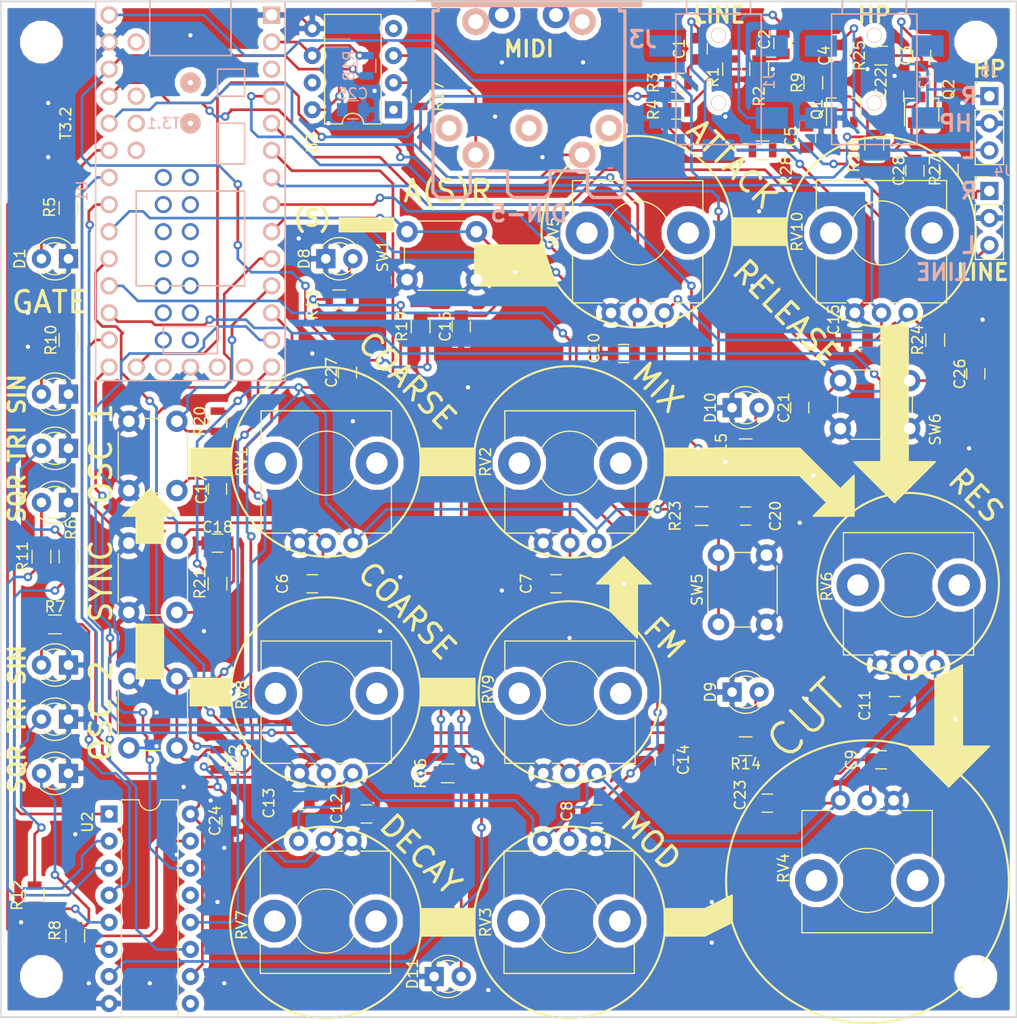
<source format=kicad_pcb>
(kicad_pcb (version 20171114) (host pcbnew "(2017-11-24 revision 9df938484)-makepkg")
  (layers (0 F.Cu signal hide) (31 B.Cu signal hide) (34 B.Paste user) (35 F.Paste user) (36 B.SilkS user) (37 F.SilkS user) (38 B.Mask user) (39 F.Mask user) (44 Edge.Cuts user))
  (net 0 "")
  (net 1 "Net-(U1-Pad18)")
  (net 2 "Net-(U1-Pad16)")
  (net 3 "Net-(U1-Pad15)")
  (net 4 "Net-(U1-Pad34)")
  (net 5 "Net-(U1-Pad35)")
  (net 6 "Net-(U1-Pad36)")
  (net 7 "Net-(U1-Pad37)")
  (net 8 "Net-(U1-Pad3)")
  (net 9 "Net-(U1-Pad38)")
  (net 10 "Net-(U1-Pad39)")
  (net 11 "Net-(U1-Pad40)")
  (net 12 "Net-(U1-Pad41)")
  (net 13 "Net-(U1-Pad42)")
  (net 14 "Net-(U1-Pad43)")
  (net 15 "Net-(U1-Pad44)")
  (net 16 "Net-(U1-Pad45)")
  (net 17 "Net-(U1-Pad46)")
  (net 18 "Net-(U1-Pad47)")
  (net 19 "Net-(U1-Pad48)")
  (net 20 "Net-(U1-Pad49)")
  (net 21 "Net-(U1-Pad50)")
  (net 22 "Net-(U1-Pad51)")
  (net 23 "Net-(U1-Pad52)")
  (net 24 "Net-(C1-Pad2)")
  (net 25 "Net-(C1-Pad1)")
  (net 26 "Net-(C2-Pad1)")
  (net 27 "Net-(C2-Pad2)")
  (net 28 GND)
  (net 29 "Net-(C3-Pad1)")
  (net 30 "Net-(C3-Pad2)")
  (net 31 "Net-(C4-Pad2)")
  (net 32 VOUT)
  (net 33 A0)
  (net 34 A2)
  (net 35 A4)
  (net 36 A6)
  (net 37 A8)
  (net 38 A1)
  (net 39 A3)
  (net 40 A5)
  (net 41 A7)
  (net 42 A9)
  (net 43 B0)
  (net 44 B2)
  (net 45 B1)
  (net 46 B3)
  (net 47 "Net-(D1-Pad2)")
  (net 48 "Net-(D2-Pad2)")
  (net 49 "Net-(D3-Pad2)")
  (net 50 "Net-(D4-Pad2)")
  (net 51 "Net-(D5-Pad2)")
  (net 52 "Net-(D6-Pad2)")
  (net 53 "Net-(D7-Pad2)")
  (net 54 "Net-(D8-Pad2)")
  (net 55 "Net-(D9-Pad2)")
  (net 56 "Net-(D10-Pad2)")
  (net 57 "Net-(D11-Pad2)")
  (net 58 "Net-(J3-Pad3)")
  (net 59 "Net-(J3-Pad4)")
  (net 60 "Net-(J3-Pad2)")
  (net 61 "Net-(J3-Pad1)")
  (net 62 "Net-(J3-Pad5)")
  (net 63 "Net-(R5-Pad2)")
  (net 64 "Net-(R6-Pad2)")
  (net 65 "Net-(R7-Pad2)")
  (net 66 "Net-(R8-Pad2)")
  (net 67 "Net-(R10-Pad2)")
  (net 68 "Net-(R11-Pad2)")
  (net 69 "Net-(R12-Pad2)")
  (net 70 "Net-(R13-Pad2)")
  (net 71 L2)
  (net 72 L1)
  (net 73 L0)
  (net 74 "Net-(R17-Pad1)")
  (net 75 MIDI_IN)
  (net 76 VSS)
  (net 77 SCK)
  (net 78 VCC)
  (net 79 MOSI)
  (net 80 B4)
  (net 81 "Net-(U2-Pad13)")
  (net 82 "Net-(U2-Pad9)")
  (net 83 "Net-(U3-Pad4)")
  (net 84 "Net-(U3-Pad7)")
  (net 85 "Net-(U3-Pad1)")
  (net 86 TYPE)
  (net 87 "Net-(C4-Pad1)")
  (net 88 "Net-(C5-Pad1)")
  (net 89 "Net-(C28-Pad2)")
  (net 90 SS)
  (module jack:JACK (layer B.Cu) (at 98.425 20.955 180)
    (fp_text reference J2 (at -4.75 -4.25 90) (layer B.SilkS) (effects (justify mirror)))
    (fp_text value "Headphone Out")
    (pad "" np_thru_hole circle (at 0 -6.35 180) (size 1.3 1.3) (drill 1.3) (layers *.Cu *.Mask))
    (pad "" np_thru_hole circle (at 0 0 180) (size 1.3 1.3) (drill 1.3) (layers *.Cu *.Mask))
    (pad 1 smd rect (at -5 -7.75 180) (size 3 2) (layers B.Cu B.Paste B.Mask) (net 30 "Net-(C3-Pad2)"))
    (pad 2 smd rect (at 0 -10.75 180) (size 3 2) (layers B.Cu B.Paste B.Mask) (net 31 "Net-(C4-Pad2)"))
    (pad 3 smd rect (at 5 -7.75 180) (size 3 2) (layers B.Cu B.Paste B.Mask) (net 28 GND))
    (pad 4 smd rect (at -5 -1 180) (size 3 2) (layers B.Cu B.Paste B.Mask))
    (pad 5 smd rect (at 5 -1 180) (size 3 2) (layers B.Cu B.Paste B.Mask))
  )
  (module jack:JACK (layer B.Cu) (at 83.82 20.955 180)
    (fp_text reference J1 (at -4.75 -4.25 90) (layer B.SilkS) (effects (justify mirror)))
    (fp_text value "Line Out")
    (pad "" np_thru_hole circle (at 0 -6.35 180) (size 1.3 1.3) (drill 1.3) (layers *.Cu *.Mask))
    (pad "" np_thru_hole circle (at 0 0 180) (size 1.3 1.3) (drill 1.3) (layers *.Cu *.Mask))
    (pad 1 smd rect (at -5 -7.75 180) (size 3 2) (layers B.Cu B.Paste B.Mask) (net 27 "Net-(C2-Pad2)"))
    (pad 2 smd rect (at 0 -10.75 180) (size 3 2) (layers B.Cu B.Paste B.Mask) (net 24 "Net-(C1-Pad2)"))
    (pad 3 smd rect (at 5 -7.75 180) (size 3 2) (layers B.Cu B.Paste B.Mask) (net 28 GND))
    (pad 4 smd rect (at -5 -1 180) (size 3 2) (layers B.Cu B.Paste B.Mask))
    (pad 5 smd rect (at 5 -1 180) (size 3 2) (layers B.Cu B.Paste B.Mask))
  )
  (module Capacitors_SMD:C_0805 (layer F.Cu) (at 92.075 30.48 90)
    (fp_text reference C5 (at 0 -1.5 90) (layer F.SilkS))
    (fp_text value 10u)
    (pad 1 smd rect (at -1 0 90) (size 1 1.25) (layers F.Cu F.Paste F.Mask) (net 88 "Net-(C5-Pad1)"))
    (pad 2 smd rect (at 1 0 90) (size 1 1.25) (layers F.Cu F.Paste F.Mask) (net 89 "Net-(C28-Pad2)"))
  )
  (module TO_SOT_Packages_SMD:SOT-23W (layer F.Cu) (at 95.56 27.9 90)
    (fp_text reference Q1 (at 0 -2.5 90) (layer F.SilkS))
    (fp_text value PZT2222A)
    (pad 1 smd rect (at -1.2 -0.95 90) (size 1 0.7) (layers F.Cu F.Paste F.Mask) (net 89 "Net-(C28-Pad2)"))
    (pad 2 smd rect (at -1.2 0.95 90) (size 1 0.7) (layers F.Cu F.Paste F.Mask) (net 87 "Net-(C4-Pad1)"))
    (pad 3 smd rect (at 1.2 0 90) (size 1 0.7) (layers F.Cu F.Paste F.Mask) (net 78 VCC))
  )
  (module teensy:Teensy30_31_32_LC (layer B.Cu) (at 34.29 35.56 270)
    (fp_text reference U1 (at 0 10.16 270) (layer B.SilkS) (effects (justify mirror)))
    (fp_text value Teensy3.2)
    (fp_text user T3.2 (at -6.35 11.684 90) (layer F.SilkS))
    (fp_text user T3.1 (at -6.35 2.54 180) (layer B.SilkS) (effects (justify mirror)))
    (pad 17 thru_hole circle (at 16.51 0 270) (size 1.6 1.6) (drill 1.1) (layers *.Cu *.Mask B.SilkS) (net 28 GND))
    (pad 18 thru_hole circle (at 16.51 2.54 270) (size 1.6 1.6) (drill 1.1) (layers *.Cu *.Mask B.SilkS) (net 1 "Net-(U1-Pad18)"))
    (pad 19 thru_hole circle (at 16.51 5.08 270) (size 1.6 1.6) (drill 1.1) (layers *.Cu *.Mask B.SilkS) (net 32 VOUT))
    (pad 20 thru_hole circle (at 16.51 7.62 270) (size 1.6 1.6) (drill 1.1) (layers *.Cu *.Mask B.SilkS) (net 77 SCK))
    (pad 16 thru_hole circle (at 16.51 -2.54 270) (size 1.6 1.6) (drill 1.1) (layers *.Cu *.Mask B.SilkS) (net 2 "Net-(U1-Pad16)"))
    (pad 15 thru_hole circle (at 16.51 -5.08 270) (size 1.6 1.6) (drill 1.1) (layers *.Cu *.Mask B.SilkS) (net 3 "Net-(U1-Pad15)"))
    (pad 14 thru_hole circle (at 16.51 -7.62 270) (size 1.6 1.6) (drill 1.1) (layers *.Cu *.Mask B.SilkS) (net 46 B3))
    (pad 21 thru_hole circle (at 13.97 7.62 270) (size 1.6 1.6) (drill 1.1) (layers *.Cu *.Mask B.SilkS) (net 33 A0))
    (pad 22 thru_hole circle (at 11.43 7.62 270) (size 1.6 1.6) (drill 1.1) (layers *.Cu *.Mask B.SilkS) (net 38 A1))
    (pad 23 thru_hole circle (at 8.89 7.62 270) (size 1.6 1.6) (drill 1.1) (layers *.Cu *.Mask B.SilkS) (net 34 A2))
    (pad 24 thru_hole circle (at 6.35 7.62 270) (size 1.6 1.6) (drill 1.1) (layers *.Cu *.Mask B.SilkS) (net 39 A3))
    (pad 25 thru_hole circle (at 3.81 7.62 270) (size 1.6 1.6) (drill 1.1) (layers *.Cu *.Mask B.SilkS) (net 35 A4))
    (pad 26 thru_hole circle (at 1.27 7.62 270) (size 1.6 1.6) (drill 1.1) (layers *.Cu *.Mask B.SilkS) (net 40 A5))
    (pad 27 thru_hole circle (at -1.27 7.62 270) (size 1.6 1.6) (drill 1.1) (layers *.Cu *.Mask B.SilkS) (net 36 A6))
    (pad 28 thru_hole circle (at -3.81 7.62 270) (size 1.6 1.6) (drill 1.1) (layers *.Cu *.Mask B.SilkS) (net 41 A7))
    (pad 29 thru_hole circle (at -6.35 7.62 270) (size 1.6 1.6) (drill 1.1) (layers *.Cu *.Mask B.SilkS) (net 37 A8))
    (pad 30 thru_hole circle (at -8.89 7.62 270) (size 1.6 1.6) (drill 1.1) (layers *.Cu *.Mask B.SilkS) (net 42 A9))
    (pad 31 thru_hole circle (at -11.43 7.62 270) (size 1.6 1.6) (drill 1.1) (layers *.Cu *.Mask B.SilkS) (net 76 VSS))
    (pad 32 thru_hole circle (at -13.97 7.62 270) (size 1.6 1.6) (drill 1.1) (layers *.Cu *.Mask B.SilkS) (net 28 GND))
    (pad 33 thru_hole circle (at -16.51 7.62 270) (size 1.6 1.6) (drill 1.1) (layers *.Cu *.Mask B.SilkS) (net 78 VCC))
    (pad 34 thru_hole circle (at -13.97 5.08 270) (size 1.6 1.6) (drill 1.1) (layers *.Cu *.Mask B.SilkS) (net 4 "Net-(U1-Pad34)"))
    (pad 35 thru_hole circle (at -8.89 5.08 270) (size 1.6 1.6) (drill 1.1) (layers *.Cu *.Mask B.SilkS) (net 5 "Net-(U1-Pad35)"))
    (pad 36 thru_hole circle (at -6.35 5.08 270) (size 1.6 1.6) (drill 1.1) (layers *.Cu *.Mask B.SilkS) (net 6 "Net-(U1-Pad36)"))
    (pad 37 thru_hole circle (at -3.81 5.08 270) (size 1.6 1.6) (drill 1.1) (layers *.Cu *.Mask B.SilkS) (net 7 "Net-(U1-Pad37)"))
    (pad 13 thru_hole circle (at 13.97 -7.62 270) (size 1.6 1.6) (drill 1.1) (layers *.Cu *.Mask B.SilkS) (net 79 MOSI))
    (pad 12 thru_hole circle (at 11.43 -7.62 270) (size 1.6 1.6) (drill 1.1) (layers *.Cu *.Mask B.SilkS) (net 90 SS))
    (pad 11 thru_hole circle (at 8.89 -7.62 270) (size 1.6 1.6) (drill 1.1) (layers *.Cu *.Mask B.SilkS) (net 44 B2))
    (pad 10 thru_hole circle (at 6.35 -7.62 270) (size 1.6 1.6) (drill 1.1) (layers *.Cu *.Mask B.SilkS) (net 45 B1))
    (pad 9 thru_hole circle (at 3.81 -7.62 270) (size 1.6 1.6) (drill 1.1) (layers *.Cu *.Mask B.SilkS) (net 43 B0))
    (pad 8 thru_hole circle (at 1.27 -7.62 270) (size 1.6 1.6) (drill 1.1) (layers *.Cu *.Mask B.SilkS) (net 71 L2))
    (pad 7 thru_hole circle (at -1.27 -7.62 270) (size 1.6 1.6) (drill 1.1) (layers *.Cu *.Mask B.SilkS) (net 72 L1))
    (pad 6 thru_hole circle (at -3.81 -7.62 270) (size 1.6 1.6) (drill 1.1) (layers *.Cu *.Mask B.SilkS) (net 73 L0))
    (pad 5 thru_hole circle (at -6.35 -7.62 270) (size 1.6 1.6) (drill 1.1) (layers *.Cu *.Mask B.SilkS) (net 86 TYPE))
    (pad 4 thru_hole circle (at -8.89 -7.62 270) (size 1.6 1.6) (drill 1.1) (layers *.Cu *.Mask B.SilkS) (net 80 B4))
    (pad 3 thru_hole circle (at -11.43 -7.62 270) (size 1.6 1.6) (drill 1.1) (layers *.Cu *.Mask B.SilkS) (net 8 "Net-(U1-Pad3)"))
    (pad 2 thru_hole circle (at -13.97 -7.62 270) (size 1.6 1.6) (drill 1.1) (layers *.Cu *.Mask B.SilkS) (net 75 MIDI_IN))
    (pad 1 thru_hole rect (at -16.51 -7.62 270) (size 1.6 1.6) (drill 1.1) (layers *.Cu *.Mask B.SilkS) (net 28 GND))
    (pad 38 thru_hole circle (at -1.27 0 270) (size 1.6 1.6) (drill 1.1) (layers *.Cu *.Mask) (net 9 "Net-(U1-Pad38)"))
    (pad 39 thru_hole circle (at 1.27 0 270) (size 1.6 1.6) (drill 1.1) (layers *.Cu *.Mask) (net 10 "Net-(U1-Pad39)"))
    (pad 40 thru_hole circle (at 3.81 0 270) (size 1.6 1.6) (drill 1.1) (layers *.Cu *.Mask) (net 11 "Net-(U1-Pad40)"))
    (pad 41 thru_hole circle (at 6.35 0 270) (size 1.6 1.6) (drill 1.1) (layers *.Cu *.Mask) (net 12 "Net-(U1-Pad41)"))
    (pad 42 thru_hole circle (at 8.89 0 270) (size 1.6 1.6) (drill 1.1) (layers *.Cu *.Mask) (net 13 "Net-(U1-Pad42)"))
    (pad 43 thru_hole circle (at 11.43 0 270) (size 1.6 1.6) (drill 1.1) (layers *.Cu *.Mask) (net 14 "Net-(U1-Pad43)"))
    (pad 44 thru_hole circle (at 13.97 0 270) (size 1.6 1.6) (drill 1.1) (layers *.Cu *.Mask) (net 15 "Net-(U1-Pad44)"))
    (pad 45 thru_hole circle (at 13.97 2.54 270) (size 1.6 1.6) (drill 1.1) (layers *.Cu *.Mask) (net 16 "Net-(U1-Pad45)"))
    (pad 46 thru_hole circle (at 11.43 2.54 270) (size 1.6 1.6) (drill 1.1) (layers *.Cu *.Mask) (net 17 "Net-(U1-Pad46)"))
    (pad 47 thru_hole circle (at 8.89 2.54 270) (size 1.6 1.6) (drill 1.1) (layers *.Cu *.Mask) (net 18 "Net-(U1-Pad47)"))
    (pad 48 thru_hole circle (at 6.35 2.54 270) (size 1.6 1.6) (drill 1.1) (layers *.Cu *.Mask) (net 19 "Net-(U1-Pad48)"))
    (pad 49 thru_hole circle (at 3.81 2.54 270) (size 1.6 1.6) (drill 1.1) (layers *.Cu *.Mask) (net 20 "Net-(U1-Pad49)"))
    (pad 50 thru_hole circle (at 1.27 2.54 270) (size 1.6 1.6) (drill 1.1) (layers *.Cu *.Mask) (net 21 "Net-(U1-Pad50)"))
    (pad 51 thru_hole circle (at -1.27 2.54 270) (size 1.6 1.6) (drill 1.1) (layers *.Cu *.Mask) (net 22 "Net-(U1-Pad51)"))
    (pad 52 thru_hole circle (at -6.35 0 270) (size 1.9 1.9) (drill 0.5) (layers *.Cu *.Mask B.SilkS) (net 23 "Net-(U1-Pad52)"))
    (pad 52 thru_hole circle (at -10.16 0 270) (size 1.9 1.9) (drill 0.5) (layers *.Cu *.Mask B.SilkS) (net 23 "Net-(U1-Pad52)"))
  )
  (module TO_SOT_Packages_SMD:SOT-23W (layer F.Cu) (at 102.87 27.94 90)
    (fp_text reference Q2 (at 1.905 2.54 90) (layer F.SilkS))
    (fp_text value PZT2222A)
    (pad 1 smd rect (at -1.2 -0.95 90) (size 1 0.7) (layers F.Cu F.Paste F.Mask) (net 89 "Net-(C28-Pad2)"))
    (pad 2 smd rect (at -1.2 0.95 90) (size 1 0.7) (layers F.Cu F.Paste F.Mask) (net 29 "Net-(C3-Pad1)"))
    (pad 3 smd rect (at 1.2 0 90) (size 1 0.7) (layers F.Cu F.Paste F.Mask) (net 78 VCC))
  )
  (module Wire_Pads:SolderWirePad_single_1mmDrill (layer F.Cu) (at 68.58 19.05)
    (fp_text reference REF**)
    (fp_text value SolderWirePad_single_1mmDrill)
    (pad 1 thru_hole circle (at 0 0) (size 2.49936 2.49936) (drill 1.3) (layers *.Cu *.Mask))
  )
  (module Wire_Pads:SolderWirePad_single_1mmDrill (layer F.Cu) (at 63.5 19.05)
    (fp_text reference REF**)
    (fp_text value SolderWirePad_single_1mmDrill)
    (pad 1 thru_hole circle (at 0 0) (size 2.49936 2.49936) (drill 1.3) (layers *.Cu *.Mask))
  )
  (module Mounting_Holes:MountingHole_3mm (layer F.Cu) (at 107.95 109.22)
    (fp_text reference REF**)
    (fp_text value MountingHole_3mm)
    (pad 1 np_thru_hole circle (at 0 0) (size 3 3) (drill 3) (layers *.Cu *.Mask))
  )
  (module Mounting_Holes:MountingHole_3mm (layer F.Cu) (at 20.32 109.22)
    (fp_text reference REF**)
    (fp_text value MountingHole_3mm)
    (pad 1 np_thru_hole circle (at 0 0) (size 3 3) (drill 3) (layers *.Cu *.Mask))
  )
  (module Mounting_Holes:MountingHole_3mm (layer F.Cu) (at 20.32 21.59)
    (fp_text reference REF**)
    (fp_text value MountingHole_3mm)
    (pad 1 np_thru_hole circle (at 0 0) (size 3 3) (drill 3) (layers *.Cu *.Mask))
  )
  (module Mounting_Holes:MountingHole_3mm (layer F.Cu) (at 107.95 21.59)
    (fp_text reference REF**)
    (fp_text value MountingHole_3mm)
    (pad 1 np_thru_hole circle (at 0 0) (size 3 3) (drill 3) (layers *.Cu *.Mask))
  )
  (module Capacitors_SMD:C_0805 (layer F.Cu) (at 81.915 22.225 90)
    (fp_text reference C1 (at 0 -1.778 90) (layer F.SilkS))
    (fp_text value 2.2u)
    (pad 2 smd rect (at 1 0 90) (size 1 1.25) (layers F.Cu F.Paste F.Mask) (net 24 "Net-(C1-Pad2)"))
    (pad 1 smd rect (at -1 0 90) (size 1 1.25) (layers F.Cu F.Paste F.Mask) (net 25 "Net-(C1-Pad1)"))
  )
  (module Capacitors_SMD:C_0805 (layer F.Cu) (at 89.86 21.7 90)
    (fp_text reference C2 (at 0.364 -1.722 90) (layer F.SilkS))
    (fp_text value 2.2u)
    (pad 1 smd rect (at -1 0 90) (size 1 1.25) (layers F.Cu F.Paste F.Mask) (net 26 "Net-(C2-Pad1)"))
    (pad 2 smd rect (at 1 0 90) (size 1 1.25) (layers F.Cu F.Paste F.Mask) (net 27 "Net-(C2-Pad2)"))
  )
  (module Resistors_SMD:R_0805 (layer F.Cu) (at 85.09 24.13 90)
    (fp_text reference R1 (at -0.762 -1.778 90) (layer F.SilkS))
    (fp_text value 3.3k)
    (pad 1 smd rect (at -0.95 0 90) (size 0.7 1.3) (layers F.Cu F.Paste F.Mask) (net 28 GND))
    (pad 2 smd rect (at 0.95 0 90) (size 0.7 1.3) (layers F.Cu F.Paste F.Mask) (net 25 "Net-(C1-Pad1)"))
  )
  (module Resistors_SMD:R_0805 (layer F.Cu) (at 87.63 24.13 90)
    (fp_text reference R2 (at -2.54 0 90) (layer F.SilkS))
    (fp_text value 3.3k)
    (pad 1 smd rect (at -0.95 0 90) (size 0.7 1.3) (layers F.Cu F.Paste F.Mask) (net 28 GND))
    (pad 2 smd rect (at 0.95 0 90) (size 0.7 1.3) (layers F.Cu F.Paste F.Mask) (net 26 "Net-(C2-Pad1)"))
  )
  (module Resistors_SMD:R_0805 (layer F.Cu) (at 80.01 25.4)
    (fp_text reference R3 (at -2.286 0 90) (layer F.SilkS))
    (fp_text value 1k)
    (pad 2 smd rect (at 0.95 0) (size 0.7 1.3) (layers F.Cu F.Paste F.Mask) (net 25 "Net-(C1-Pad1)"))
    (pad 1 smd rect (at -0.95 0) (size 0.7 1.3) (layers F.Cu F.Paste F.Mask) (net 32 VOUT))
  )
  (module Resistors_SMD:R_0805 (layer F.Cu) (at 80.01 27.94)
    (fp_text reference R4 (at -2.286 0 90) (layer F.SilkS))
    (fp_text value 1k)
    (pad 2 smd rect (at 0.95 0) (size 0.7 1.3) (layers F.Cu F.Paste F.Mask) (net 26 "Net-(C2-Pad1)"))
    (pad 1 smd rect (at -0.95 0) (size 0.7 1.3) (layers F.Cu F.Paste F.Mask) (net 32 VOUT))
  )
  (module Capacitors_SMD:C_0805 (layer F.Cu) (at 102.87 22.86 90)
    (fp_text reference C3 (at 0 -1.5 90) (layer F.SilkS))
    (fp_text value 100u)
    (pad 1 smd rect (at -1 0 90) (size 1 1.25) (layers F.Cu F.Paste F.Mask) (net 29 "Net-(C3-Pad1)"))
    (pad 2 smd rect (at 1 0 90) (size 1 1.25) (layers F.Cu F.Paste F.Mask) (net 30 "Net-(C3-Pad2)"))
  )
  (module Capacitors_SMD:C_0805 (layer F.Cu) (at 95.25 22.86 90)
    (fp_text reference C4 (at 0 -1.5 90) (layer F.SilkS))
    (fp_text value 100u)
    (pad 2 smd rect (at 1 0 90) (size 1 1.25) (layers F.Cu F.Paste F.Mask) (net 31 "Net-(C4-Pad2)"))
    (pad 1 smd rect (at -1 0 90) (size 1 1.25) (layers F.Cu F.Paste F.Mask) (net 87 "Net-(C4-Pad1)"))
  )
  (module Capacitors_SMD:C_0805 (layer F.Cu) (at 45.72 72.39)
    (fp_text reference C6 (at -2.794 0 90) (layer F.SilkS))
    (fp_text value 1n)
    (pad 2 smd rect (at 1 0) (size 1 1.25) (layers F.Cu F.Paste F.Mask) (net 33 A0))
    (pad 1 smd rect (at -1 0) (size 1 1.25) (layers F.Cu F.Paste F.Mask) (net 28 GND))
  )
  (module Capacitors_SMD:C_0805 (layer F.Cu) (at 68.58 72.39)
    (fp_text reference C7 (at -2.794 0 90) (layer F.SilkS))
    (fp_text value 1n)
    (pad 2 smd rect (at 1 0) (size 1 1.25) (layers F.Cu F.Paste F.Mask) (net 34 A2))
    (pad 1 smd rect (at -1 0) (size 1 1.25) (layers F.Cu F.Paste F.Mask) (net 28 GND))
  )
  (module Capacitors_SMD:C_0805 (layer F.Cu) (at 72.39 93.98 180)
    (fp_text reference C8 (at 2.794 0.254 90) (layer F.SilkS))
    (fp_text value 1n)
    (pad 2 smd rect (at 1 0 180) (size 1 1.25) (layers F.Cu F.Paste F.Mask) (net 35 A4))
    (pad 1 smd rect (at -1 0 180) (size 1 1.25) (layers F.Cu F.Paste F.Mask) (net 28 GND))
  )
  (module Capacitors_SMD:C_0805 (layer F.Cu) (at 99.06 88.9 180)
    (fp_text reference C9 (at 2.794 0 90) (layer F.SilkS))
    (fp_text value 1n)
    (pad 2 smd rect (at 1 0 180) (size 1 1.25) (layers F.Cu F.Paste F.Mask) (net 36 A6))
    (pad 1 smd rect (at -1 0 180) (size 1 1.25) (layers F.Cu F.Paste F.Mask) (net 28 GND))
  )
  (module Capacitors_SMD:C_0805 (layer F.Cu) (at 74.93 50.8)
    (fp_text reference C10 (at -2.794 -0.508 90) (layer F.SilkS))
    (fp_text value 1n)
    (pad 2 smd rect (at 1 0) (size 1 1.25) (layers F.Cu F.Paste F.Mask) (net 37 A8))
    (pad 1 smd rect (at -1 0) (size 1 1.25) (layers F.Cu F.Paste F.Mask) (net 28 GND))
  )
  (module Capacitors_SMD:C_0805 (layer F.Cu) (at 100.33 83.82)
    (fp_text reference C11 (at -2.794 0 90) (layer F.SilkS))
    (fp_text value 1n)
    (pad 1 smd rect (at -1 0) (size 1 1.25) (layers F.Cu F.Paste F.Mask) (net 28 GND))
    (pad 2 smd rect (at 1 0) (size 1 1.25) (layers F.Cu F.Paste F.Mask) (net 38 A1))
  )
  (module Capacitors_SMD:C_0805 (layer F.Cu) (at 50.8 93.98 180)
    (fp_text reference C12 (at 2.794 0.508 90) (layer F.SilkS))
    (fp_text value 1n)
    (pad 1 smd rect (at -1 0 180) (size 1 1.25) (layers F.Cu F.Paste F.Mask) (net 28 GND))
    (pad 2 smd rect (at 1 0 180) (size 1 1.25) (layers F.Cu F.Paste F.Mask) (net 39 A3))
  )
  (module Capacitors_SMD:C_0805 (layer F.Cu) (at 44.45 92.71)
    (fp_text reference C13 (at -2.794 0.254 90) (layer F.SilkS))
    (fp_text value 1n)
    (pad 1 smd rect (at -1 0) (size 1 1.25) (layers F.Cu F.Paste F.Mask) (net 28 GND))
    (pad 2 smd rect (at 1 0) (size 1 1.25) (layers F.Cu F.Paste F.Mask) (net 40 A5))
  )
  (module Capacitors_SMD:C_0805 (layer F.Cu) (at 78.74 88.9 90)
    (fp_text reference C14 (at 0 1.778 90) (layer F.SilkS))
    (fp_text value 1n)
    (pad 1 smd rect (at -1 0 90) (size 1 1.25) (layers F.Cu F.Paste F.Mask) (net 28 GND))
    (pad 2 smd rect (at 1 0 90) (size 1 1.25) (layers F.Cu F.Paste F.Mask) (net 41 A7))
  )
  (module Capacitors_SMD:C_0805 (layer F.Cu) (at 96.79 49.53)
    (fp_text reference C15 (at -2.175 -1.905 90) (layer F.SilkS))
    (fp_text value 1n)
    (pad 2 smd rect (at 1 0) (size 1 1.25) (layers F.Cu F.Paste F.Mask) (net 42 A9))
    (pad 1 smd rect (at -1 0) (size 1 1.25) (layers F.Cu F.Paste F.Mask) (net 28 GND))
  )
  (module Capacitors_SMD:C_0805 (layer F.Cu) (at 59.69 48.26 90)
    (fp_text reference C16 (at 0 -1.5 90) (layer F.SilkS))
    (fp_text value 1n)
    (pad 2 smd rect (at 1 0 90) (size 1 1.25) (layers F.Cu F.Paste F.Mask) (net 43 B0))
    (pad 1 smd rect (at -1 0 90) (size 1 1.25) (layers F.Cu F.Paste F.Mask) (net 28 GND))
  )
  (module Capacitors_SMD:C_0805 (layer F.Cu) (at 36.83 63.5 90)
    (fp_text reference C17 (at 0 -1.5 90) (layer F.SilkS))
    (fp_text value 1n)
    (pad 2 smd rect (at 1 0 90) (size 1 1.25) (layers F.Cu F.Paste F.Mask) (net 44 B2))
    (pad 1 smd rect (at -1 0 90) (size 1 1.25) (layers F.Cu F.Paste F.Mask) (net 28 GND))
  )
  (module Capacitors_SMD:C_0805 (layer F.Cu) (at 36.83 68.58)
    (fp_text reference C18 (at 0 -1.5) (layer F.SilkS))
    (fp_text value 1n)
    (pad 1 smd rect (at -1 0) (size 1 1.25) (layers F.Cu F.Paste F.Mask) (net 28 GND))
    (pad 2 smd rect (at 1 0) (size 1 1.25) (layers F.Cu F.Paste F.Mask) (net 45 B1))
  )
  (module Capacitors_SMD:C_0805 (layer F.Cu) (at 30.48 78.74)
    (fp_text reference C19 (at 0 -1.5) (layer F.SilkS))
    (fp_text value 1n)
    (pad 1 smd rect (at -1 0) (size 1 1.25) (layers F.Cu F.Paste F.Mask) (net 28 GND))
    (pad 2 smd rect (at 1 0) (size 1 1.25) (layers F.Cu F.Paste F.Mask) (net 46 B3))
  )
  (module LEDs:LED_D3.0mm (layer F.Cu) (at 22.86 41.91 180)
    (fp_text reference D1 (at 4.572 0 90) (layer F.SilkS))
    (fp_text value LED)
    (pad 2 thru_hole circle (at 2.54 0 180) (size 1.8 1.8) (drill 0.9) (layers *.Cu *.Mask) (net 47 "Net-(D1-Pad2)"))
    (pad 1 thru_hole rect (at 0 0 180) (size 1.8 1.8) (drill 0.9) (layers *.Cu *.Mask) (net 28 GND))
  )
  (module LEDs:LED_D3.0mm (layer F.Cu) (at 22.86 59.69 180)
    (fp_text reference D2)
    (fp_text value LED)
    (pad 1 thru_hole rect (at 0 0 180) (size 1.8 1.8) (drill 0.9) (layers *.Cu *.Mask) (net 28 GND))
    (pad 2 thru_hole circle (at 2.54 0 180) (size 1.8 1.8) (drill 0.9) (layers *.Cu *.Mask) (net 48 "Net-(D2-Pad2)"))
  )
  (module LEDs:LED_D3.0mm (layer F.Cu) (at 22.86 80.01 180)
    (fp_text reference D3)
    (fp_text value LED)
    (pad 1 thru_hole rect (at 0 0 180) (size 1.8 1.8) (drill 0.9) (layers *.Cu *.Mask) (net 28 GND))
    (pad 2 thru_hole circle (at 2.54 0 180) (size 1.8 1.8) (drill 0.9) (layers *.Cu *.Mask) (net 49 "Net-(D3-Pad2)"))
  )
  (module LEDs:LED_D3.0mm (layer F.Cu) (at 22.86 90.17 180)
    (fp_text reference D4)
    (fp_text value LED)
    (pad 1 thru_hole rect (at 0 0 180) (size 1.8 1.8) (drill 0.9) (layers *.Cu *.Mask) (net 28 GND))
    (pad 2 thru_hole circle (at 2.54 0 180) (size 1.8 1.8) (drill 0.9) (layers *.Cu *.Mask) (net 50 "Net-(D4-Pad2)"))
  )
  (module LEDs:LED_D3.0mm (layer F.Cu) (at 22.86 54.61 180)
    (fp_text reference D5)
    (fp_text value LED)
    (pad 2 thru_hole circle (at 2.54 0 180) (size 1.8 1.8) (drill 0.9) (layers *.Cu *.Mask) (net 51 "Net-(D5-Pad2)"))
    (pad 1 thru_hole rect (at 0 0 180) (size 1.8 1.8) (drill 0.9) (layers *.Cu *.Mask) (net 28 GND))
  )
  (module LEDs:LED_D3.0mm (layer F.Cu) (at 22.86 64.77 180)
    (fp_text reference D6)
    (fp_text value LED)
    (pad 2 thru_hole circle (at 2.54 0 180) (size 1.8 1.8) (drill 0.9) (layers *.Cu *.Mask) (net 52 "Net-(D6-Pad2)"))
    (pad 1 thru_hole rect (at 0 0 180) (size 1.8 1.8) (drill 0.9) (layers *.Cu *.Mask) (net 28 GND))
  )
  (module LEDs:LED_D3.0mm (layer F.Cu) (at 22.86 85.09 180)
    (fp_text reference D7)
    (fp_text value LED)
    (pad 2 thru_hole circle (at 2.54 0 180) (size 1.8 1.8) (drill 0.9) (layers *.Cu *.Mask) (net 53 "Net-(D7-Pad2)"))
    (pad 1 thru_hole rect (at 0 0 180) (size 1.8 1.8) (drill 0.9) (layers *.Cu *.Mask) (net 28 GND))
  )
  (module LEDs:LED_D3.0mm (layer F.Cu) (at 46.99 41.91)
    (fp_text reference D8 (at -2.032 0 90) (layer F.SilkS))
    (fp_text value LED)
    (pad 2 thru_hole circle (at 2.54 0) (size 1.8 1.8) (drill 0.9) (layers *.Cu *.Mask) (net 54 "Net-(D8-Pad2)"))
    (pad 1 thru_hole rect (at 0 0) (size 1.8 1.8) (drill 0.9) (layers *.Cu *.Mask) (net 28 GND))
  )
  (module LEDs:LED_D3.0mm (layer F.Cu) (at 85.09 82.55)
    (fp_text reference D9 (at -2.032 0 90) (layer F.SilkS))
    (fp_text value LED)
    (pad 1 thru_hole rect (at 0 0) (size 1.8 1.8) (drill 0.9) (layers *.Cu *.Mask) (net 28 GND))
    (pad 2 thru_hole circle (at 2.54 0) (size 1.8 1.8) (drill 0.9) (layers *.Cu *.Mask) (net 55 "Net-(D9-Pad2)"))
  )
  (module LEDs:LED_D3.0mm (layer F.Cu) (at 85.09 55.88)
    (fp_text reference D10 (at -2.032 0 90) (layer F.SilkS))
    (fp_text value LED)
    (pad 2 thru_hole circle (at 2.54 0) (size 1.8 1.8) (drill 0.9) (layers *.Cu *.Mask) (net 56 "Net-(D10-Pad2)"))
    (pad 1 thru_hole rect (at 0 0) (size 1.8 1.8) (drill 0.9) (layers *.Cu *.Mask) (net 28 GND))
  )
  (module LEDs:LED_D3.0mm (layer F.Cu) (at 57.15 109.22)
    (fp_text reference D11 (at -2.032 -0.254 90) (layer F.SilkS))
    (fp_text value LED)
    (pad 1 thru_hole rect (at 0 0) (size 1.8 1.8) (drill 0.9) (layers *.Cu *.Mask) (net 28 GND))
    (pad 2 thru_hole circle (at 2.54 0) (size 1.8 1.8) (drill 0.9) (layers *.Cu *.Mask) (net 57 "Net-(D11-Pad2)"))
  )
  (module Eurocad:MIDI_DIN5 (layer B.Cu) (at 66.04 26.67)
    (fp_text reference J3 (at 10.668 -5.334) (layer B.SilkS) (effects (font (thickness 0.3048)) (justify mirror)))
    (fp_text value DIN-5 (at 0 11.00074) (layer B.SilkS) (effects (font (thickness 0.3048)) (justify mirror)))
    (pad 3 thru_hole circle (at -7.49808 2.9972) (size 2.49936 2.49936) (drill 1.397) (layers *.Cu *.SilkS *.Mask) (net 58 "Net-(J3-Pad3)"))
    (pad 4 thru_hole circle (at 4.99618 5.4991) (size 2.49936 2.49936) (drill 1.397) (layers *.Cu *.SilkS *.Mask) (net 59 "Net-(J3-Pad4)"))
    (pad 2 thru_hole circle (at 0 2.99974) (size 2.49936 2.49936) (drill 1.397) (layers *.Cu *.SilkS *.Mask) (net 60 "Net-(J3-Pad2)"))
    (pad 1 thru_hole circle (at 7.49808 2.9972) (size 2.49936 2.49936) (drill 1.397) (layers *.Cu *.SilkS *.Mask) (net 61 "Net-(J3-Pad1)"))
    (pad 5 thru_hole circle (at -4.99618 5.4991) (size 2.49936 2.49936) (drill 1.397) (layers *.Cu *.SilkS *.Mask) (net 62 "Net-(J3-Pad5)"))
    (pad "" np_thru_hole circle (at 5.00126 -6.9977) (size 2.49936 2.49936) (drill 1.397) (layers *.Cu *.Mask B.SilkS))
    (pad "" np_thru_hole circle (at -5.00126 -6.9977) (size 2.49936 2.49936) (drill 1.397) (layers *.Cu *.Mask B.SilkS))
  )
  (module Resistors_SMD:R_0805 (layer F.Cu) (at 22.86 37.15 90)
    (fp_text reference R5 (at 0.066 -1.778 90) (layer F.SilkS))
    (fp_text value 100)
    (pad 1 smd rect (at -0.95 0 90) (size 0.7 1.3) (layers F.Cu F.Paste F.Mask) (net 47 "Net-(D1-Pad2)"))
    (pad 2 smd rect (at 0.95 0 90) (size 0.7 1.3) (layers F.Cu F.Paste F.Mask) (net 63 "Net-(R5-Pad2)"))
  )
  (module Resistors_SMD:R_0805 (layer F.Cu) (at 22.86 69.85 270)
    (fp_text reference R6 (at -2.54 -0.254 90) (layer F.SilkS))
    (fp_text value 100)
    (pad 1 smd rect (at -0.95 0 270) (size 0.7 1.3) (layers F.Cu F.Paste F.Mask) (net 48 "Net-(D2-Pad2)"))
    (pad 2 smd rect (at 0.95 0 270) (size 0.7 1.3) (layers F.Cu F.Paste F.Mask) (net 64 "Net-(R6-Pad2)"))
  )
  (module Resistors_SMD:R_0805 (layer F.Cu) (at 21.59 76.2)
    (fp_text reference R7 (at 0 -1.65) (layer F.SilkS))
    (fp_text value 100)
    (pad 1 smd rect (at -0.95 0) (size 0.7 1.3) (layers F.Cu F.Paste F.Mask) (net 49 "Net-(D3-Pad2)"))
    (pad 2 smd rect (at 0.95 0) (size 0.7 1.3) (layers F.Cu F.Paste F.Mask) (net 65 "Net-(R7-Pad2)"))
  )
  (module Resistors_SMD:R_0805 (layer F.Cu) (at 23.495 105.41 270)
    (fp_text reference R8 (at -0.508 1.905 90) (layer F.SilkS))
    (fp_text value 100)
    (pad 1 smd rect (at -0.95 0 270) (size 0.7 1.3) (layers F.Cu F.Paste F.Mask) (net 50 "Net-(D4-Pad2)"))
    (pad 2 smd rect (at 0.95 0 270) (size 0.7 1.3) (layers F.Cu F.Paste F.Mask) (net 66 "Net-(R8-Pad2)"))
  )
  (module Resistors_SMD:R_0805 (layer F.Cu) (at 92.71 25.4 270)
    (fp_text reference R9 (at 0 1.524 90) (layer F.SilkS))
    (fp_text value 100)
    (pad 2 smd rect (at 0.95 0 270) (size 0.7 1.3) (layers F.Cu F.Paste F.Mask) (net 87 "Net-(C4-Pad1)"))
    (pad 1 smd rect (at -0.95 0 270) (size 0.7 1.3) (layers F.Cu F.Paste F.Mask) (net 28 GND))
  )
  (module Resistors_SMD:R_0805 (layer F.Cu) (at 22.86 49.53 90)
    (fp_text reference R10 (at 0 -1.65 90) (layer F.SilkS))
    (fp_text value 100)
    (pad 2 smd rect (at 0.95 0 90) (size 0.7 1.3) (layers F.Cu F.Paste F.Mask) (net 67 "Net-(R10-Pad2)"))
    (pad 1 smd rect (at -0.95 0 90) (size 0.7 1.3) (layers F.Cu F.Paste F.Mask) (net 51 "Net-(D5-Pad2)"))
  )
  (module Resistors_SMD:R_0805 (layer F.Cu) (at 20.32 69.85 270)
    (fp_text reference R11 (at 0 1.778 90) (layer F.SilkS))
    (fp_text value 100)
    (pad 2 smd rect (at 0.95 0 270) (size 0.7 1.3) (layers F.Cu F.Paste F.Mask) (net 68 "Net-(R11-Pad2)"))
    (pad 1 smd rect (at -0.95 0 270) (size 0.7 1.3) (layers F.Cu F.Paste F.Mask) (net 52 "Net-(D6-Pad2)"))
  )
  (module Resistors_SMD:R_0805 (layer F.Cu) (at 19.685 101.6 270)
    (fp_text reference R12 (at 0 1.651 90) (layer F.SilkS))
    (fp_text value 100)
    (pad 2 smd rect (at 0.95 0 270) (size 0.7 1.3) (layers F.Cu F.Paste F.Mask) (net 69 "Net-(R12-Pad2)"))
    (pad 1 smd rect (at -0.95 0 270) (size 0.7 1.3) (layers F.Cu F.Paste F.Mask) (net 53 "Net-(D7-Pad2)"))
  )
  (module Resistors_SMD:R_0805 (layer F.Cu) (at 48.26 45.72 180)
    (fp_text reference R13 (at 2.54 -0.508 90) (layer F.SilkS))
    (fp_text value 100)
    (pad 2 smd rect (at 0.95 0 180) (size 0.7 1.3) (layers F.Cu F.Paste F.Mask) (net 70 "Net-(R13-Pad2)"))
    (pad 1 smd rect (at -0.95 0 180) (size 0.7 1.3) (layers F.Cu F.Paste F.Mask) (net 54 "Net-(D8-Pad2)"))
  )
  (module Resistors_SMD:R_0805 (layer F.Cu) (at 86.36 87.63 180)
    (fp_text reference R14 (at 0 -1.65 180) (layer F.SilkS))
    (fp_text value 100)
    (pad 2 smd rect (at 0.95 0 180) (size 0.7 1.3) (layers F.Cu F.Paste F.Mask) (net 71 L2))
    (pad 1 smd rect (at -0.95 0 180) (size 0.7 1.3) (layers F.Cu F.Paste F.Mask) (net 55 "Net-(D9-Pad2)"))
  )
  (module Resistors_SMD:R_0805 (layer F.Cu) (at 86.36 59.69 180)
    (fp_text reference R15 (at 2.286 0 90) (layer F.SilkS))
    (fp_text value 100)
    (pad 1 smd rect (at -0.95 0 180) (size 0.7 1.3) (layers F.Cu F.Paste F.Mask) (net 56 "Net-(D10-Pad2)"))
    (pad 2 smd rect (at 0.95 0 180) (size 0.7 1.3) (layers F.Cu F.Paste F.Mask) (net 72 L1))
  )
  (module Resistors_SMD:R_0805 (layer F.Cu) (at 58.42 90.17 180)
    (fp_text reference R16 (at 2.54 0 90) (layer F.SilkS))
    (fp_text value 100)
    (pad 2 smd rect (at 0.95 0 180) (size 0.7 1.3) (layers F.Cu F.Paste F.Mask) (net 73 L0))
    (pad 1 smd rect (at -0.95 0 180) (size 0.7 1.3) (layers F.Cu F.Paste F.Mask) (net 57 "Net-(D11-Pad2)"))
  )
  (module Resistors_SMD:R_0805 (layer F.Cu) (at 55.88 26.67 270)
    (fp_text reference R17 (at 0 -1.65 90) (layer F.SilkS))
    (fp_text value 100)
    (pad 1 smd rect (at -0.95 0 270) (size 0.7 1.3) (layers F.Cu F.Paste F.Mask) (net 74 "Net-(R17-Pad1)"))
    (pad 2 smd rect (at 0.95 0 270) (size 0.7 1.3) (layers F.Cu F.Paste F.Mask) (net 59 "Net-(J3-Pad4)"))
  )
  (module Resistors_SMD:R_0805 (layer B.Cu) (at 50.8 23.815 270)
    (fp_text reference R18 (at 0 1.65 90) (layer B.SilkS) (effects (justify mirror)))
    (fp_text value 1k)
    (pad 1 smd rect (at -0.95 0 270) (size 0.7 1.3) (layers B.Cu B.Paste B.Mask) (net 75 MIDI_IN))
    (pad 2 smd rect (at 0.95 0 270) (size 0.7 1.3) (layers B.Cu B.Paste B.Mask) (net 76 VSS))
  )
  (module Resistors_SMD:R_0805 (layer F.Cu) (at 55.88 48.26 270)
    (fp_text reference R19 (at 0 1.778 90) (layer F.SilkS))
    (fp_text value 1k)
    (pad 1 smd rect (at -0.95 0 270) (size 0.7 1.3) (layers F.Cu F.Paste F.Mask) (net 43 B0))
    (pad 2 smd rect (at 0.95 0 270) (size 0.7 1.3) (layers F.Cu F.Paste F.Mask) (net 76 VSS))
  )
  (module Resistors_SMD:R_0805 (layer F.Cu) (at 36.83 57.15 90)
    (fp_text reference R20 (at 0 -1.65 90) (layer F.SilkS))
    (fp_text value 1k)
    (pad 2 smd rect (at 0.95 0 90) (size 0.7 1.3) (layers F.Cu F.Paste F.Mask) (net 76 VSS))
    (pad 1 smd rect (at -0.95 0 90) (size 0.7 1.3) (layers F.Cu F.Paste F.Mask) (net 44 B2))
  )
  (module Resistors_SMD:R_0805 (layer F.Cu) (at 36.83 72.39 90)
    (fp_text reference R21 (at 0 -1.65 90) (layer F.SilkS))
    (fp_text value 1k)
    (pad 1 smd rect (at -0.95 0 90) (size 0.7 1.3) (layers F.Cu F.Paste F.Mask) (net 45 B1))
    (pad 2 smd rect (at 0.95 0 90) (size 0.7 1.3) (layers F.Cu F.Paste F.Mask) (net 76 VSS))
  )
  (module Resistors_SMD:R_0805 (layer F.Cu) (at 36.83 88.9 270)
    (fp_text reference R22 (at 0 -1.65 90) (layer F.SilkS))
    (fp_text value 1k)
    (pad 2 smd rect (at 0.95 0 270) (size 0.7 1.3) (layers F.Cu F.Paste F.Mask) (net 76 VSS))
    (pad 1 smd rect (at -0.95 0 270) (size 0.7 1.3) (layers F.Cu F.Paste F.Mask) (net 46 B3))
  )
  (module Potentiometers:Potentiometer_Alps_RK09L_Sleve_Single_Horizontal (layer F.Cu) (at 49.53 68.58 90)
    (fp_text reference RV1 (at 7.62 -10.414 90) (layer F.SilkS))
    (fp_text value 10k)
    (pad 3 thru_hole circle (at 0 -5 90) (size 1.8 1.8) (drill 1) (layers *.Cu *.Mask) (net 28 GND))
    (pad 2 thru_hole circle (at 0 -2.5 90) (size 1.8 1.8) (drill 1) (layers *.Cu *.Mask) (net 33 A0))
    (pad 1 thru_hole circle (at 0 0 90) (size 1.8 1.8) (drill 1) (layers *.Cu *.Mask) (net 76 VSS))
    (pad 0 np_thru_hole circle (at 7.5 -7.25 90) (size 4 4) (drill 2) (layers *.Cu *.Mask))
    (pad 0 np_thru_hole circle (at 7.5 2.25 90) (size 4 4) (drill 2) (layers *.Cu *.Mask))
  )
  (module Potentiometers:Potentiometer_Alps_RK09L_Sleve_Single_Horizontal (layer F.Cu) (at 72.39 68.58 90)
    (fp_text reference RV2 (at 7.62 -10.414 90) (layer F.SilkS))
    (fp_text value 10k)
    (pad 3 thru_hole circle (at 0 -5 90) (size 1.8 1.8) (drill 1) (layers *.Cu *.Mask) (net 28 GND))
    (pad 2 thru_hole circle (at 0 -2.5 90) (size 1.8 1.8) (drill 1) (layers *.Cu *.Mask) (net 34 A2))
    (pad 1 thru_hole circle (at 0 0 90) (size 1.8 1.8) (drill 1) (layers *.Cu *.Mask) (net 76 VSS))
    (pad 0 np_thru_hole circle (at 7.5 -7.25 90) (size 4 4) (drill 2) (layers *.Cu *.Mask))
    (pad 0 np_thru_hole circle (at 7.5 2.25 90) (size 4 4) (drill 2) (layers *.Cu *.Mask))
  )
  (module Potentiometers:Potentiometer_Alps_RK09L_Sleve_Single_Horizontal (layer F.Cu) (at 67.31 96.52 270)
    (fp_text reference RV3 (at 7.62 5.334 90) (layer F.SilkS))
    (fp_text value 10k)
    (pad 3 thru_hole circle (at 0 -5 270) (size 1.8 1.8) (drill 1) (layers *.Cu *.Mask) (net 28 GND))
    (pad 2 thru_hole circle (at 0 -2.5 270) (size 1.8 1.8) (drill 1) (layers *.Cu *.Mask) (net 35 A4))
    (pad 1 thru_hole circle (at 0 0 270) (size 1.8 1.8) (drill 1) (layers *.Cu *.Mask) (net 76 VSS))
    (pad 0 np_thru_hole circle (at 7.5 -7.25 270) (size 4 4) (drill 2) (layers *.Cu *.Mask))
    (pad 0 np_thru_hole circle (at 7.5 2.25 270) (size 4 4) (drill 2) (layers *.Cu *.Mask))
  )
  (module Potentiometers:Potentiometer_Alps_RK09L_Sleve_Single_Horizontal (layer F.Cu) (at 95.25 92.71 270)
    (fp_text reference RV4 (at 6.35 5.334 90) (layer F.SilkS))
    (fp_text value 10k)
    (pad 0 np_thru_hole circle (at 7.5 2.25 270) (size 4 4) (drill 2) (layers *.Cu *.Mask))
    (pad 0 np_thru_hole circle (at 7.5 -7.25 270) (size 4 4) (drill 2) (layers *.Cu *.Mask))
    (pad 1 thru_hole circle (at 0 0 270) (size 1.8 1.8) (drill 1) (layers *.Cu *.Mask) (net 76 VSS))
    (pad 2 thru_hole circle (at 0 -2.5 270) (size 1.8 1.8) (drill 1) (layers *.Cu *.Mask) (net 36 A6))
    (pad 3 thru_hole circle (at 0 -5 270) (size 1.8 1.8) (drill 1) (layers *.Cu *.Mask) (net 28 GND))
  )
  (module Potentiometers:Potentiometer_Alps_RK09L_Sleve_Single_Horizontal (layer F.Cu) (at 78.74 46.99 90)
    (fp_text reference RV5 (at 7.62 -10.414 90) (layer F.SilkS))
    (fp_text value 10k)
    (pad 0 np_thru_hole circle (at 7.5 2.25 90) (size 4 4) (drill 2) (layers *.Cu *.Mask))
    (pad 0 np_thru_hole circle (at 7.5 -7.25 90) (size 4 4) (drill 2) (layers *.Cu *.Mask))
    (pad 1 thru_hole circle (at 0 0 90) (size 1.8 1.8) (drill 1) (layers *.Cu *.Mask) (net 76 VSS))
    (pad 2 thru_hole circle (at 0 -2.5 90) (size 1.8 1.8) (drill 1) (layers *.Cu *.Mask) (net 37 A8))
    (pad 3 thru_hole circle (at 0 -5 90) (size 1.8 1.8) (drill 1) (layers *.Cu *.Mask) (net 28 GND))
  )
  (module Potentiometers:Potentiometer_Alps_RK09L_Sleve_Single_Horizontal (layer F.Cu) (at 104.14 80.01 90)
    (fp_text reference RV6 (at 7.366 -10.16 90) (layer F.SilkS))
    (fp_text value 10k)
    (pad 0 np_thru_hole circle (at 7.5 2.25 90) (size 4 4) (drill 2) (layers *.Cu *.Mask))
    (pad 0 np_thru_hole circle (at 7.5 -7.25 90) (size 4 4) (drill 2) (layers *.Cu *.Mask))
    (pad 1 thru_hole circle (at 0 0 90) (size 1.8 1.8) (drill 1) (layers *.Cu *.Mask) (net 76 VSS))
    (pad 2 thru_hole circle (at 0 -2.5 90) (size 1.8 1.8) (drill 1) (layers *.Cu *.Mask) (net 38 A1))
    (pad 3 thru_hole circle (at 0 -5 90) (size 1.8 1.8) (drill 1) (layers *.Cu *.Mask) (net 28 GND))
  )
  (module Potentiometers:Potentiometer_Alps_RK09L_Sleve_Single_Horizontal (layer F.Cu) (at 44.45 96.52 270)
    (fp_text reference RV7 (at 7.874 5.334 90) (layer F.SilkS))
    (fp_text value 10k)
    (pad 0 np_thru_hole circle (at 7.5 2.25 270) (size 4 4) (drill 2) (layers *.Cu *.Mask))
    (pad 0 np_thru_hole circle (at 7.5 -7.25 270) (size 4 4) (drill 2) (layers *.Cu *.Mask))
    (pad 1 thru_hole circle (at 0 0 270) (size 1.8 1.8) (drill 1) (layers *.Cu *.Mask) (net 76 VSS))
    (pad 2 thru_hole circle (at 0 -2.5 270) (size 1.8 1.8) (drill 1) (layers *.Cu *.Mask) (net 39 A3))
    (pad 3 thru_hole circle (at 0 -5 270) (size 1.8 1.8) (drill 1) (layers *.Cu *.Mask) (net 28 GND))
  )
  (module Potentiometers:Potentiometer_Alps_RK09L_Sleve_Single_Horizontal (layer F.Cu) (at 49.53 90.17 90)
    (fp_text reference RV8 (at 7.366 -10.414 90) (layer F.SilkS))
    (fp_text value 10k)
    (pad 0 np_thru_hole circle (at 7.5 2.25 90) (size 4 4) (drill 2) (layers *.Cu *.Mask))
    (pad 0 np_thru_hole circle (at 7.5 -7.25 90) (size 4 4) (drill 2) (layers *.Cu *.Mask))
    (pad 1 thru_hole circle (at 0 0 90) (size 1.8 1.8) (drill 1) (layers *.Cu *.Mask) (net 76 VSS))
    (pad 2 thru_hole circle (at 0 -2.5 90) (size 1.8 1.8) (drill 1) (layers *.Cu *.Mask) (net 40 A5))
    (pad 3 thru_hole circle (at 0 -5 90) (size 1.8 1.8) (drill 1) (layers *.Cu *.Mask) (net 28 GND))
  )
  (module Potentiometers:Potentiometer_Alps_RK09L_Sleve_Single_Horizontal (layer F.Cu) (at 72.39 90.17 90)
    (fp_text reference RV9 (at 7.874 -10.16 90) (layer F.SilkS))
    (fp_text value 10k)
    (pad 3 thru_hole circle (at 0 -5 90) (size 1.8 1.8) (drill 1) (layers *.Cu *.Mask) (net 28 GND))
    (pad 2 thru_hole circle (at 0 -2.5 90) (size 1.8 1.8) (drill 1) (layers *.Cu *.Mask) (net 41 A7))
    (pad 1 thru_hole circle (at 0 0 90) (size 1.8 1.8) (drill 1) (layers *.Cu *.Mask) (net 76 VSS))
    (pad 0 np_thru_hole circle (at 7.5 -7.25 90) (size 4 4) (drill 2) (layers *.Cu *.Mask))
    (pad 0 np_thru_hole circle (at 7.5 2.25 90) (size 4 4) (drill 2) (layers *.Cu *.Mask))
  )
  (module Potentiometers:Potentiometer_Alps_RK09L_Sleve_Single_Horizontal (layer F.Cu) (at 101.6 46.99 90)
    (fp_text reference RV10 (at 7.62 -10.414 90) (layer F.SilkS))
    (fp_text value 10k)
    (pad 3 thru_hole circle (at 0 -5 90) (size 1.8 1.8) (drill 1) (layers *.Cu *.Mask) (net 28 GND))
    (pad 2 thru_hole circle (at 0 -2.5 90) (size 1.8 1.8) (drill 1) (layers *.Cu *.Mask) (net 42 A9))
    (pad 1 thru_hole circle (at 0 0 90) (size 1.8 1.8) (drill 1) (layers *.Cu *.Mask) (net 76 VSS))
    (pad 0 np_thru_hole circle (at 7.5 -7.25 90) (size 4 4) (drill 2) (layers *.Cu *.Mask))
    (pad 0 np_thru_hole circle (at 7.5 2.25 90) (size 4 4) (drill 2) (layers *.Cu *.Mask))
  )
  (module Buttons_Switches_THT:SW_PUSH_6mm (layer F.Cu) (at 54.61 39.37)
    (fp_text reference SW1 (at -2.286 2.286 90) (layer F.SilkS))
    (fp_text value SW_Push_Dual)
    (pad 1 thru_hole circle (at 6.5 0 90) (size 2 2) (drill 1.1) (layers *.Cu *.Mask) (net 43 B0))
    (pad 2 thru_hole circle (at 6.5 4.5 90) (size 2 2) (drill 1.1) (layers *.Cu *.Mask) (net 28 GND))
    (pad 1 thru_hole circle (at 0 0 90) (size 2 2) (drill 1.1) (layers *.Cu *.Mask) (net 43 B0))
    (pad 2 thru_hole circle (at 0 4.5 90) (size 2 2) (drill 1.1) (layers *.Cu *.Mask) (net 28 GND))
  )
  (module Buttons_Switches_THT:SW_PUSH_6mm (layer F.Cu) (at 33.02 57.15 270)
    (fp_text reference SW2)
    (fp_text value SW_Push_Dual)
    (pad 1 thru_hole circle (at 6.5 0) (size 2 2) (drill 1.1) (layers *.Cu *.Mask) (net 44 B2))
    (pad 2 thru_hole circle (at 6.5 4.5) (size 2 2) (drill 1.1) (layers *.Cu *.Mask) (net 28 GND))
    (pad 1 thru_hole circle (at 0 0) (size 2 2) (drill 1.1) (layers *.Cu *.Mask) (net 44 B2))
    (pad 2 thru_hole circle (at 0 4.5) (size 2 2) (drill 1.1) (layers *.Cu *.Mask) (net 28 GND))
  )
  (module Buttons_Switches_THT:SW_PUSH_6mm (layer F.Cu) (at 33.02 68.58 270)
    (fp_text reference SW3)
    (fp_text value SW_Push_Dual)
    (pad 2 thru_hole circle (at 0 4.5) (size 2 2) (drill 1.1) (layers *.Cu *.Mask) (net 28 GND))
    (pad 1 thru_hole circle (at 0 0) (size 2 2) (drill 1.1) (layers *.Cu *.Mask) (net 45 B1))
    (pad 2 thru_hole circle (at 6.5 4.5) (size 2 2) (drill 1.1) (layers *.Cu *.Mask) (net 28 GND))
    (pad 1 thru_hole circle (at 6.5 0) (size 2 2) (drill 1.1) (layers *.Cu *.Mask) (net 45 B1))
  )
  (module Buttons_Switches_THT:SW_PUSH_6mm (layer F.Cu) (at 33.02 81.28 270)
    (fp_text reference SW4)
    (fp_text value SW_Push_Dual)
    (pad 2 thru_hole circle (at 0 4.5) (size 2 2) (drill 1.1) (layers *.Cu *.Mask) (net 28 GND))
    (pad 1 thru_hole circle (at 0 0) (size 2 2) (drill 1.1) (layers *.Cu *.Mask) (net 46 B3))
    (pad 2 thru_hole circle (at 6.5 4.5) (size 2 2) (drill 1.1) (layers *.Cu *.Mask) (net 28 GND))
    (pad 1 thru_hole circle (at 6.5 0) (size 2 2) (drill 1.1) (layers *.Cu *.Mask) (net 46 B3))
  )
  (module Housings_DIP:DIP-16_W7.62mm (layer F.Cu) (at 26.67 93.98)
    (fp_text reference U2 (at -2.032 0.762 90) (layer F.SilkS))
    (fp_text value 74HC595)
    (pad 16 thru_hole oval (at 7.62 0) (size 1.6 1.6) (drill 0.8) (layers *.Cu *.Mask) (net 76 VSS))
    (pad 8 thru_hole oval (at 0 17.78) (size 1.6 1.6) (drill 0.8) (layers *.Cu *.Mask) (net 28 GND))
    (pad 15 thru_hole oval (at 7.62 2.54) (size 1.6 1.6) (drill 0.8) (layers *.Cu *.Mask) (net 63 "Net-(R5-Pad2)"))
    (pad 7 thru_hole oval (at 0 15.24) (size 1.6 1.6) (drill 0.8) (layers *.Cu *.Mask) (net 70 "Net-(R13-Pad2)"))
    (pad 14 thru_hole oval (at 7.62 5.08) (size 1.6 1.6) (drill 0.8) (layers *.Cu *.Mask) (net 79 MOSI))
    (pad 6 thru_hole oval (at 0 12.7) (size 1.6 1.6) (drill 0.8) (layers *.Cu *.Mask) (net 66 "Net-(R8-Pad2)"))
    (pad 13 thru_hole oval (at 7.62 7.62) (size 1.6 1.6) (drill 0.8) (layers *.Cu *.Mask) (net 81 "Net-(U2-Pad13)"))
    (pad 5 thru_hole oval (at 0 10.16) (size 1.6 1.6) (drill 0.8) (layers *.Cu *.Mask) (net 69 "Net-(R12-Pad2)"))
    (pad 12 thru_hole oval (at 7.62 10.16) (size 1.6 1.6) (drill 0.8) (layers *.Cu *.Mask) (net 90 SS))
    (pad 4 thru_hole oval (at 0 7.62) (size 1.6 1.6) (drill 0.8) (layers *.Cu *.Mask) (net 65 "Net-(R7-Pad2)"))
    (pad 11 thru_hole oval (at 7.62 12.7) (size 1.6 1.6) (drill 0.8) (layers *.Cu *.Mask) (net 77 SCK))
    (pad 3 thru_hole oval (at 0 5.08) (size 1.6 1.6) (drill 0.8) (layers *.Cu *.Mask) (net 68 "Net-(R11-Pad2)"))
    (pad 10 thru_hole oval (at 7.62 15.24) (size 1.6 1.6) (drill 0.8) (layers *.Cu *.Mask) (net 76 VSS))
    (pad 2 thru_hole oval (at 0 2.54) (size 1.6 1.6) (drill 0.8) (layers *.Cu *.Mask) (net 64 "Net-(R6-Pad2)"))
    (pad 9 thru_hole oval (at 7.62 17.78) (size 1.6 1.6) (drill 0.8) (layers *.Cu *.Mask) (net 82 "Net-(U2-Pad9)"))
    (pad 1 thru_hole rect (at 0 0) (size 1.6 1.6) (drill 0.8) (layers *.Cu *.Mask) (net 67 "Net-(R10-Pad2)"))
  )
  (module Housings_DIP:DIP-8_W7.62mm (layer F.Cu) (at 53.34 27.94 180)
    (fp_text reference U3 (at 7.62 -3.048 90) (layer F.SilkS))
    (fp_text value 6N135)
    (pad 8 thru_hole oval (at 7.62 0 180) (size 1.6 1.6) (drill 0.8) (layers *.Cu *.Mask) (net 76 VSS))
    (pad 4 thru_hole oval (at 0 7.62 180) (size 1.6 1.6) (drill 0.8) (layers *.Cu *.Mask) (net 83 "Net-(U3-Pad4)"))
    (pad 7 thru_hole oval (at 7.62 2.54 180) (size 1.6 1.6) (drill 0.8) (layers *.Cu *.Mask) (net 84 "Net-(U3-Pad7)"))
    (pad 3 thru_hole oval (at 0 5.08 180) (size 1.6 1.6) (drill 0.8) (layers *.Cu *.Mask) (net 62 "Net-(J3-Pad5)"))
    (pad 6 thru_hole oval (at 7.62 5.08 180) (size 1.6 1.6) (drill 0.8) (layers *.Cu *.Mask) (net 75 MIDI_IN))
    (pad 2 thru_hole oval (at 0 2.54 180) (size 1.6 1.6) (drill 0.8) (layers *.Cu *.Mask) (net 74 "Net-(R17-Pad1)"))
    (pad 5 thru_hole oval (at 7.62 7.62 180) (size 1.6 1.6) (drill 0.8) (layers *.Cu *.Mask) (net 28 GND))
    (pad 1 thru_hole rect (at 0 0 180) (size 1.6 1.6) (drill 0.8) (layers *.Cu *.Mask) (net 85 "Net-(U3-Pad1)"))
  )
  (module Capacitors_SMD:C_0805 (layer F.Cu) (at 86.36 66.04 180)
    (fp_text reference C20 (at -2.794 0 90) (layer F.SilkS))
    (fp_text value 1n)
    (pad 1 smd rect (at -1 0 180) (size 1 1.25) (layers F.Cu F.Paste F.Mask) (net 28 GND))
    (pad 2 smd rect (at 1 0 180) (size 1 1.25) (layers F.Cu F.Paste F.Mask) (net 80 B4))
  )
  (module Capacitors_SMD:C_0805 (layer F.Cu) (at 91.44 55.88 90)
    (fp_text reference C21 (at 0 -1.5 90) (layer F.SilkS))
    (fp_text value 1n)
    (pad 2 smd rect (at 1 0 90) (size 1 1.25) (layers F.Cu F.Paste F.Mask) (net 86 TYPE))
    (pad 1 smd rect (at -1 0 90) (size 1 1.25) (layers F.Cu F.Paste F.Mask) (net 28 GND))
  )
  (module Resistors_SMD:R_0805 (layer F.Cu) (at 82.23 66.04 180)
    (fp_text reference R23 (at 2.474 0 90) (layer F.SilkS))
    (fp_text value 1k)
    (pad 1 smd rect (at -0.95 0 180) (size 0.7 1.3) (layers F.Cu F.Paste F.Mask) (net 80 B4))
    (pad 2 smd rect (at 0.95 0 180) (size 0.7 1.3) (layers F.Cu F.Paste F.Mask) (net 76 VSS))
  )
  (module Resistors_SMD:R_0805 (layer F.Cu) (at 104.14 49.53 90)
    (fp_text reference R24 (at 0 -1.65 90) (layer F.SilkS))
    (fp_text value 1k)
    (pad 2 smd rect (at 0.95 0 90) (size 0.7 1.3) (layers F.Cu F.Paste F.Mask) (net 76 VSS))
    (pad 1 smd rect (at -0.95 0 90) (size 0.7 1.3) (layers F.Cu F.Paste F.Mask) (net 86 TYPE))
  )
  (module Buttons_Switches_THT:SW_PUSH_6mm (layer F.Cu) (at 83.82 76.2 90)
    (fp_text reference SW5 (at 3.25 -2 90) (layer F.SilkS))
    (fp_text value SW_Push_Dual)
    (pad 1 thru_hole circle (at 6.5 0 180) (size 2 2) (drill 1.1) (layers *.Cu *.Mask) (net 80 B4))
    (pad 2 thru_hole circle (at 6.5 4.5 180) (size 2 2) (drill 1.1) (layers *.Cu *.Mask) (net 28 GND))
    (pad 1 thru_hole circle (at 0 0 180) (size 2 2) (drill 1.1) (layers *.Cu *.Mask) (net 80 B4))
    (pad 2 thru_hole circle (at 0 4.5 180) (size 2 2) (drill 1.1) (layers *.Cu *.Mask) (net 28 GND))
  )
  (module Buttons_Switches_THT:SW_PUSH_6mm (layer F.Cu) (at 95.25 53.34)
    (fp_text reference SW6 (at 8.89 4.572 90) (layer F.SilkS))
    (fp_text value SW_Push_Dual)
    (pad 2 thru_hole circle (at 0 4.5 90) (size 2 2) (drill 1.1) (layers *.Cu *.Mask) (net 28 GND))
    (pad 1 thru_hole circle (at 0 0 90) (size 2 2) (drill 1.1) (layers *.Cu *.Mask) (net 86 TYPE))
    (pad 2 thru_hole circle (at 6.5 4.5 90) (size 2 2) (drill 1.1) (layers *.Cu *.Mask) (net 28 GND))
    (pad 1 thru_hole circle (at 6.5 0 90) (size 2 2) (drill 1.1) (layers *.Cu *.Mask) (net 86 TYPE))
  )
  (module Resistors_SMD:R_0805 (layer F.Cu) (at 99.06 22.86)
    (fp_text reference R25 (at -2.032 0 90) (layer F.SilkS))
    (fp_text value 100)
    (pad 2 smd rect (at 0.95 0) (size 0.7 1.3) (layers F.Cu F.Paste F.Mask) (net 29 "Net-(C3-Pad1)"))
    (pad 1 smd rect (at -0.95 0) (size 0.7 1.3) (layers F.Cu F.Paste F.Mask) (net 28 GND))
  )
  (module Capacitors_SMD:C_0805 (layer F.Cu) (at 100.33 26.67 270)
    (fp_text reference C22 (at -1.27 1.27 90) (layer F.SilkS))
    (fp_text value 100n)
    (pad 2 smd rect (at 1 0 270) (size 1 1.25) (layers F.Cu F.Paste F.Mask) (net 78 VCC))
    (pad 1 smd rect (at -1 0 270) (size 1 1.25) (layers F.Cu F.Paste F.Mask) (net 28 GND))
  )
  (module Capacitors_SMD:C_0805 (layer F.Cu) (at 88.392 92.964)
    (fp_text reference C23 (at -2.54 -0.762 90) (layer F.SilkS))
    (fp_text value 100n)
    (pad 1 smd rect (at -1 0) (size 1 1.25) (layers F.Cu F.Paste F.Mask) (net 28 GND))
    (pad 2 smd rect (at 1 0) (size 1 1.25) (layers F.Cu F.Paste F.Mask) (net 76 VSS))
  )
  (module Capacitors_SMD:C_0805 (layer F.Cu) (at 38.1 94.615 90)
    (fp_text reference C24 (at 0 -1.5 90) (layer F.SilkS))
    (fp_text value 100n)
    (pad 1 smd rect (at -1 0 90) (size 1 1.25) (layers F.Cu F.Paste F.Mask) (net 28 GND))
    (pad 2 smd rect (at 1 0 90) (size 1 1.25) (layers F.Cu F.Paste F.Mask) (net 76 VSS))
  )
  (module Capacitors_SMD:C_0805 (layer B.Cu) (at 49.53 27.94 180)
    (fp_text reference C25 (at 0 1.5 180) (layer B.SilkS) (effects (justify mirror)))
    (fp_text value 100n)
    (pad 2 smd rect (at 1 0 180) (size 1 1.25) (layers B.Cu B.Paste B.Mask) (net 76 VSS))
    (pad 1 smd rect (at -1 0 180) (size 1 1.25) (layers B.Cu B.Paste B.Mask) (net 28 GND))
  )
  (module Capacitors_SMD:C_0805 (layer F.Cu) (at 107.95 52.705 90)
    (fp_text reference C26 (at 0 -1.5 90) (layer F.SilkS))
    (fp_text value 100n)
    (pad 2 smd rect (at 1 0 90) (size 1 1.25) (layers F.Cu F.Paste F.Mask) (net 76 VSS))
    (pad 1 smd rect (at -1 0 90) (size 1 1.25) (layers F.Cu F.Paste F.Mask) (net 28 GND))
  )
  (module Capacitors_SMD:C_0805 (layer F.Cu) (at 49.022 52.578 90)
    (fp_text reference C27 (at 0 -1.5 90) (layer F.SilkS))
    (fp_text value 100n)
    (pad 2 smd rect (at 1 0 90) (size 1 1.25) (layers F.Cu F.Paste F.Mask) (net 76 VSS))
    (pad 1 smd rect (at -1 0 90) (size 1 1.25) (layers F.Cu F.Paste F.Mask) (net 28 GND))
  )
  (module Pin_Headers:Pin_Header_Straight_1x03_Pitch2.54mm (layer F.Cu) (at 109.22 35.56)
    (fp_text reference J4 (at 1.27 -1.905) (layer B.SilkS) (effects (justify mirror)))
    (fp_text value Conn_01x03)
    (pad 3 thru_hole oval (at 0 5.08) (size 1.7 1.7) (drill 1) (layers *.Cu *.Mask) (net 24 "Net-(C1-Pad2)"))
    (pad 2 thru_hole oval (at 0 2.54) (size 1.7 1.7) (drill 1) (layers *.Cu *.Mask) (net 28 GND))
    (pad 1 thru_hole rect (at 0 0) (size 1.7 1.7) (drill 1) (layers *.Cu *.Mask) (net 27 "Net-(C2-Pad2)"))
  )
  (module Pin_Headers:Pin_Header_Straight_1x03_Pitch2.54mm (layer F.Cu) (at 109.22 26.67)
    (fp_text reference J5 (at 0 -2.33) (layer B.SilkS) (effects (justify mirror)))
    (fp_text value Conn_01x03)
    (pad 1 thru_hole rect (at 0 0) (size 1.7 1.7) (drill 1) (layers *.Cu *.Mask) (net 30 "Net-(C3-Pad2)"))
    (pad 2 thru_hole oval (at 0 2.54) (size 1.7 1.7) (drill 1) (layers *.Cu *.Mask) (net 28 GND))
    (pad 3 thru_hole oval (at 0 5.08) (size 1.7 1.7) (drill 1) (layers *.Cu *.Mask) (net 31 "Net-(C4-Pad2)"))
  )
  (module Capacitors_SMD:C_0805 (layer F.Cu) (at 102.235 33.655 90)
    (fp_text reference C28 (at 0 -1.5 90) (layer F.SilkS))
    (fp_text value 100n)
    (pad 2 smd rect (at 1 0 90) (size 1 1.25) (layers F.Cu F.Paste F.Mask) (net 89 "Net-(C28-Pad2)"))
    (pad 1 smd rect (at -1 0 90) (size 1 1.25) (layers F.Cu F.Paste F.Mask) (net 28 GND))
  )
  (module Resistors_SMD:R_0805 (layer F.Cu) (at 98.425 31.115 270)
    (fp_text reference R26 (at 1.27 1.905 90) (layer F.SilkS))
    (fp_text value 1k)
    (pad 2 smd rect (at 0.95 0 270) (size 0.7 1.3) (layers F.Cu F.Paste F.Mask) (net 89 "Net-(C28-Pad2)"))
    (pad 1 smd rect (at -0.95 0 270) (size 0.7 1.3) (layers F.Cu F.Paste F.Mask) (net 78 VCC))
  )
  (module Resistors_SMD:R_0805 (layer F.Cu) (at 105.41 33.655 270)
    (fp_text reference R27 (at 0 1.27 90) (layer F.SilkS))
    (fp_text value 1k)
    (pad 1 smd rect (at -0.95 0 270) (size 0.7 1.3) (layers F.Cu F.Paste F.Mask) (net 89 "Net-(C28-Pad2)"))
    (pad 2 smd rect (at 0.95 0 270) (size 0.7 1.3) (layers F.Cu F.Paste F.Mask) (net 28 GND))
  )
  (module Resistors_SMD:R_0805 (layer F.Cu) (at 87.95 31.75 180)
    (fp_text reference R28 (at -2.22 -1.905 90) (layer F.SilkS))
    (fp_text value 100)
    (pad 2 smd rect (at 0.95 0 180) (size 0.7 1.3) (layers F.Cu F.Paste F.Mask) (net 32 VOUT))
    (pad 1 smd rect (at -0.95 0 180) (size 0.7 1.3) (layers F.Cu F.Paste F.Mask) (net 88 "Net-(C5-Pad1)"))
  )
  (gr_text LINE (at 108.585 43.18) (layer F.SilkS) (effects (font (size 1.5 1.5) (thickness 0.3))))
  (gr_text HP (at 109.22 24.13) (layer F.SilkS) (effects (font (size 1.5 1.5) (thickness 0.3))))
  (gr_text MIDI (at 66.04 22.225) (layer F.SilkS) (effects (font (size 1.5 1.5) (thickness 0.3))))
  (gr_text "LINE " (at 84.455 19.05) (layer F.SilkS) (effects (font (size 1.5 1.5) (thickness 0.3))))
  (gr_text HP (at 98.425 19.05) (layer F.SilkS) (effects (font (size 1.5 1.5) (thickness 0.3))))
  (gr_text LINE (at 104.775 43.18) (layer B.SilkS) (effects (font (size 1.5 1.5) (thickness 0.3)) (justify mirror)))
  (gr_text L (at 107.315 40.64) (layer B.SilkS) (effects (font (size 1.5 1.5) (thickness 0.3)) (justify mirror)))
  (gr_text R (at 107.315 35.56) (layer B.SilkS) (effects (font (size 1.5 1.5) (thickness 0.3)) (justify mirror)))
  (gr_text L (at 107.315 31.75) (layer B.SilkS) (effects (font (size 1.5 1.5) (thickness 0.3)) (justify mirror)))
  (gr_text R (at 107.315 26.67) (layer B.SilkS) (effects (font (size 1.5 1.5) (thickness 0.3)) (justify mirror)))
  (gr_text HP (at 106.045 29.21) (layer B.SilkS) (effects (font (size 1.5 1.5) (thickness 0.3)) (justify mirror)))
  (gr_text CUT (at 92.075 85.09 45) (layer F.SilkS) (effects (font (size 3 3) (thickness 0.3))))
  (gr_text RES (at 107.95 64.135 -45) (layer F.SilkS) (effects (font (size 2 2) (thickness 0.3))))
  (gr_text RELEASE (at 90.17 46.99 -45) (layer F.SilkS) (effects (font (size 2 2) (thickness 0.3))))
  (gr_text ATTACK (at 85.09 33.02 -45) (layer F.SilkS) (effects (font (size 2 2) (thickness 0.3))))
  (gr_text "(S)" (at 45.72 38.1) (layer F.SilkS) (effects (font (size 1.5 1.5) (thickness 0.3))))
  (gr_text "A(S)R" (at 58.42 35.56) (layer F.SilkS) (effects (font (size 2 2) (thickness 0.3))))
  (gr_text MOD (at 77.47 96.52 -45) (layer F.SilkS) (effects (font (size 2 2) (thickness 0.3))))
  (gr_text DECAY (at 55.88 97.79 -45) (layer F.SilkS) (effects (font (size 2 2) (thickness 0.3))))
  (gr_text FM (at 78.74 77.47 -45) (layer F.SilkS) (effects (font (size 2 2) (thickness 0.3))))
  (gr_text MIX (at 78.105 53.975 -45) (layer F.SilkS) (effects (font (size 2 2) (thickness 0.3))))
  (gr_text COARSE (at 54.61 74.93 -45) (layer F.SilkS) (effects (font (size 2 2) (thickness 0.3))))
  (gr_text COARSE (at 54.61 53.34 -45) (layer F.SilkS) (effects (font (size 2 2) (thickness 0.3))))
  (gr_poly (pts (xy 78.74 105.41) (xy 82.55 105.41) (xy 85.09 104.14) (xy 85.09 101.6) (xy 82.55 102.87) (xy 78.74 102.87)) (layer F.SilkS) (width 0.15))
  (gr_poly (pts (xy 55.88 102.87) (xy 60.96 102.87) (xy 60.96 105.41) (xy 55.88 105.41)) (layer F.SilkS) (width 0.15))
  (gr_poly (pts (xy 106.68 80.01) (xy 106.68 87.63) (xy 109.22 87.63) (xy 105.41 91.44) (xy 101.6 87.63) (xy 104.14 87.63) (xy 104.14 81.28)) (layer F.SilkS) (width 0.15))
  (gr_poly (pts (xy 99.06 48.26) (xy 99.06 60.96) (xy 96.52 60.96) (xy 99.06 63.5) (xy 100.33 64.77) (xy 104.14 60.96) (xy 101.6 60.96) (xy 101.6 48.26)) (layer F.SilkS) (width 0.15))
  (gr_poly (pts (xy 78.74 59.69) (xy 91.44 59.69) (xy 95.25 63.5) (xy 96.52 62.23) (xy 96.52 66.04) (xy 92.71 66.04) (xy 93.98 64.77) (xy 91.44 62.23) (xy 78.74 62.23)) (layer F.SilkS) (width 0.15))
  (gr_poly (pts (xy 85.09 38.1) (xy 90.17 38.1) (xy 90.17 40.64) (xy 85.09 40.64)) (layer F.SilkS) (width 0.15))
  (gr_poly (pts (xy 48.26 38.1) (xy 48.26 39.37) (xy 53.34 39.37) (xy 53.34 38.1)) (layer F.SilkS) (width 0.15))
  (gr_poly (pts (xy 60.96 40.64) (xy 67.31 40.64) (xy 68.58 44.45) (xy 60.96 44.45)) (layer F.SilkS) (width 0.15))
  (gr_poly (pts (xy 73.66 74.93) (xy 73.66 72.39) (xy 72.39 72.39) (xy 74.93 69.85) (xy 77.47 72.39) (xy 76.2 72.39) (xy 76.2 77.47)) (layer F.SilkS) (width 0.15))
  (gr_poly (pts (xy 55.88 81.28) (xy 55.88 83.82) (xy 60.96 83.82) (xy 60.96 81.28)) (layer F.SilkS) (width 0.15))
  (gr_poly (pts (xy 55.88 59.69) (xy 60.96 59.69) (xy 60.96 62.23) (xy 55.88 62.23)) (layer F.SilkS) (width 0.15))
  (gr_poly (pts (xy 34.29 81.28) (xy 38.1 81.28) (xy 38.1 83.82) (xy 34.29 83.82)) (layer F.SilkS) (width 0.15))
  (gr_poly (pts (xy 29.21 76.2) (xy 29.21 81.28) (xy 31.75 81.28) (xy 31.75 76.2)) (layer F.SilkS) (width 0.15))
  (gr_poly (pts (xy 27.94 66.04) (xy 30.48 63.5) (xy 33.02 66.04) (xy 31.75 66.04) (xy 31.75 68.58) (xy 29.21 68.58) (xy 29.21 66.04)) (layer F.SilkS) (width 0.15))
  (gr_poly (pts (xy 34.29 59.69) (xy 38.1 59.69) (xy 38.1 62.23) (xy 34.29 62.23)) (layer F.SilkS) (width 0.15))
  (gr_text "OSC 2" (at 25.908 84.328 90) (layer F.SilkS) (effects (font (size 2 2) (thickness 0.3))))
  (gr_text SYNC (at 25.908 72.136 90) (layer F.SilkS) (effects (font (size 2 2) (thickness 0.3))))
  (gr_text "OSC 1" (at 25.908 60.198 90) (layer F.SilkS) (effects (font (size 2 2) (thickness 0.3))))
  (gr_text "SQR TRI SIN" (at 18.034 85.09 90) (layer F.SilkS) (effects (font (size 1.5 1.5) (thickness 0.3))))
  (gr_text "SQR TRI SIN" (at 18.034 59.69 90) (layer F.SilkS) (effects (font (size 1.5 1.5) (thickness 0.3))))
  (gr_text GATE (at 21.082 45.974) (layer F.SilkS) (effects (font (size 2 2) (thickness 0.3))))
  (gr_circle (center 69.85 104.14) (end 78.74 105.41) (layer F.SilkS) (width 0.2))
  (gr_circle (center 46.99 104.14) (end 55.88 105.41) (layer F.SilkS) (width 0.2))
  (gr_circle (center 97.79 100.33) (end 110.49 104.14) (layer F.SilkS) (width 0.2))
  (gr_circle (center 101.6 72.39) (end 109.22 76.2) (layer F.SilkS) (width 0.2))
  (gr_circle (center 69.85 82.55) (end 77.47 86.36) (layer F.SilkS) (width 0.2))
  (gr_circle (center 46.99 82.55) (end 55.88 82.55) (layer F.SilkS) (width 0.2))
  (gr_circle (center 99.06 39.37) (end 107.95 39.37) (layer F.SilkS) (width 0.2))
  (gr_circle (center 76.2 39.37) (end 85.09 38.1) (layer F.SilkS) (width 0.2))
  (gr_circle (center 46.99 60.96) (end 55.88 60.96) (layer F.SilkS) (width 0.2))
  (gr_circle (center 69.85 60.96) (end 78.74 62.23) (layer F.SilkS) (width 0.2))
  (gr_line (start 111.76 17.78) (end 16.51 17.78) (layer Edge.Cuts) (width 0.15))
  (gr_line (start 111.76 113.03) (end 111.76 17.78) (layer Edge.Cuts) (width 0.15))
  (gr_line (start 16.51 113.03) (end 111.76 113.03) (layer Edge.Cuts) (width 0.15))
  (gr_line (start 16.51 17.78) (end 16.51 113.03) (layer Edge.Cuts) (width 0.15))
  (segment (start 100.407776 29.845) (end 100.407776 30.959448) (width 0.25) (layer F.Cu) (net 0))
  (segment (start 100.407776 30.959448) (end 100.121234 31.24599) (width 0.25) (layer F.Cu) (net 0))
  (segment (start 100.965 29.845) (end 100.407776 29.845) (width 0.25) (layer F.Cu) (net 0))
  (segment (start 106.68 43.18) (end 107.315 42.545) (width 0.25) (layer F.Cu) (net 24))
  (segment (start 100.33 43.18) (end 106.68 43.18) (width 0.25) (layer F.Cu) (net 24))
  (segment (start 107.315 42.545) (end 109.22 40.64) (width 0.25) (layer F.Cu) (net 24))
  (segment (start 99.06 41.91) (end 100.33 43.18) (width 0.25) (layer F.Cu) (net 24))
  (segment (start 99.06 38.1) (end 99.06 41.91) (width 0.25) (layer F.Cu) (net 24))
  (segment (start 97.155 36.195) (end 99.06 38.1) (width 0.25) (layer F.Cu) (net 24))
  (segment (start 94.615 36.195) (end 97.155 36.195) (width 0.25) (layer F.Cu) (net 24))
  (segment (start 91.44 33.02) (end 94.615 36.195) (width 0.25) (layer F.Cu) (net 24))
  (segment (start 90.125 31.705) (end 91.44 33.02) (width 0.25) (layer B.Cu) (net 24))
  (segment (start 83.82 31.705) (end 90.125 31.705) (width 0.25) (layer B.Cu) (net 24))
  (via (at 91.44 33.02) (size 0.8) (drill 0.4) (layers F.Cu B.Cu) (net 24))
  (segment (start 82.55 25.4) (end 82.55 29.185) (width 0.25) (layer B.Cu) (net 24))
  (segment (start 82.55 29.185) (end 83.82 30.455) (width 0.25) (layer B.Cu) (net 24))
  (segment (start 83.82 30.455) (end 83.82 31.705) (width 0.25) (layer B.Cu) (net 24))
  (segment (start 81.28 24.13) (end 82.55 25.4) (width 0.25) (layer B.Cu) (net 24))
  (segment (start 81.28 19.685) (end 81.28 24.13) (width 0.25) (layer B.Cu) (net 24))
  (segment (start 81.915 20.32) (end 81.28 19.685) (width 0.25) (layer F.Cu) (net 24))
  (segment (start 81.915 21.225) (end 81.915 20.32) (width 0.25) (layer F.Cu) (net 24))
  (via (at 81.28 19.685) (size 0.8) (drill 0.4) (layers F.Cu B.Cu) (net 24))
  (segment (start 81.915 23.225) (end 81.915 23.1) (width 0.25) (layer F.Cu) (net 25))
  (segment (start 81.915 23.1) (end 82.425 22.59) (width 0.25) (layer F.Cu) (net 25))
  (segment (start 82.55 22.59) (end 84.5 22.59) (width 0.25) (layer F.Cu) (net 25))
  (segment (start 84.5 22.59) (end 85.09 23.18) (width 0.25) (layer F.Cu) (net 25))
  (segment (start 80.96 25.4) (end 80.96 24.055) (width 0.25) (layer F.Cu) (net 25))
  (segment (start 80.96 24.055) (end 82.425 22.59) (width 0.25) (layer F.Cu) (net 25))
  (segment (start 82.425 22.59) (end 82.55 22.59) (width 0.25) (layer F.Cu) (net 25))
  (segment (start 87.63 23.18) (end 89.38 23.18) (width 0.25) (layer F.Cu) (net 26))
  (segment (start 89.38 23.18) (end 89.86 22.7) (width 0.25) (layer F.Cu) (net 26))
  (segment (start 80.96 27.64) (end 82.55 26.05) (width 0.25) (layer F.Cu) (net 26))
  (segment (start 80.96 27.94) (end 80.96 27.64) (width 0.25) (layer F.Cu) (net 26))
  (segment (start 82.55 26.05) (end 82.55 25.4) (width 0.25) (layer F.Cu) (net 26))
  (segment (start 82.55 25.4) (end 83.82 24.13) (width 0.25) (layer F.Cu) (net 26))
  (segment (start 83.82 24.13) (end 87.63 24.13) (width 0.25) (layer F.Cu) (net 26))
  (segment (start 87.63 24.13) (end 87.63 23.18) (width 0.25) (layer F.Cu) (net 26))
  (segment (start 94.615 33.02) (end 95.885 33.02) (width 0.25) (layer F.Cu) (net 27))
  (segment (start 95.885 33.02) (end 99.06 36.195) (width 0.25) (layer F.Cu) (net 27))
  (segment (start 99.06 36.195) (end 107.95 36.195) (width 0.25) (layer F.Cu) (net 27))
  (segment (start 107.95 36.195) (end 107.95 35.73) (width 0.25) (layer F.Cu) (net 27))
  (segment (start 107.95 35.73) (end 108.12 35.56) (width 0.25) (layer F.Cu) (net 27))
  (segment (start 108.12 35.56) (end 109.22 35.56) (width 0.25) (layer F.Cu) (net 27))
  (segment (start 89.32 28.705) (end 93.635 33.02) (width 0.25) (layer B.Cu) (net 27))
  (segment (start 88.82 28.705) (end 89.32 28.705) (width 0.25) (layer B.Cu) (net 27))
  (segment (start 93.635 33.02) (end 94.615 33.02) (width 0.25) (layer B.Cu) (net 27))
  (via (at 94.615 33.02) (size 0.8) (drill 0.4) (layers F.Cu B.Cu) (net 27))
  (segment (start 86.36 19.05) (end 85.725 19.685) (width 0.25) (layer B.Cu) (net 27))
  (segment (start 88.9 19.05) (end 86.36 19.05) (width 0.25) (layer B.Cu) (net 27))
  (segment (start 85.725 19.685) (end 85.725 27.94) (width 0.25) (layer B.Cu) (net 27))
  (segment (start 85.725 27.94) (end 86.49 28.705) (width 0.25) (layer B.Cu) (net 27))
  (segment (start 86.49 28.705) (end 88.82 28.705) (width 0.25) (layer B.Cu) (net 27))
  (segment (start 89.86 20.01) (end 88.9 19.05) (width 0.25) (layer F.Cu) (net 27))
  (segment (start 89.86 20.7) (end 89.86 20.01) (width 0.25) (layer F.Cu) (net 27))
  (via (at 88.9 19.05) (size 0.8) (drill 0.4) (layers F.Cu B.Cu) (net 27))
  (via (at 97.79 24.13) (size 0.8) (drill 0.4) (layers F.Cu B.Cu) (net 28))
  (via (at 84.455 28.575) (size 0.8) (drill 0.4) (layers F.Cu B.Cu) (net 28))
  (via (at 47.244 29.21) (size 0.8) (drill 0.4) (layers F.Cu B.Cu) (net 28))
  (via (at 51.562 26.162) (size 0.8) (drill 0.4) (layers F.Cu B.Cu) (net 28))
  (via (at 33.02 97.79) (size 0.8) (drill 0.4) (layers F.Cu B.Cu) (net 28))
  (via (at 33.655 91.44) (size 0.8) (drill 0.4) (layers F.Cu B.Cu) (net 28))
  (via (at 36.195 92.71) (size 0.8) (drill 0.4) (layers F.Cu B.Cu) (net 28))
  (segment (start 28.52 87.78) (end 30.965 87.78) (width 0.25) (layer B.Cu) (net 28))
  (segment (start 30.965 87.78) (end 31.115 87.63) (width 0.25) (layer B.Cu) (net 28))
  (via (at 31.115 87.63) (size 0.8) (drill 0.4) (layers F.Cu B.Cu) (net 28))
  (via (at 31.115 84.455) (size 0.8) (drill 0.4) (layers F.Cu B.Cu) (net 28))
  (via (at 62.865 28.575) (size 0.8) (drill 0.4) (layers F.Cu B.Cu) (net 28))
  (via (at 44.45 40.005) (size 0.8) (drill 0.4) (layers F.Cu B.Cu) (net 28))
  (via (at 35.56 76.835) (size 0.8) (drill 0.4) (layers F.Cu B.Cu) (net 28))
  (via (at 83.185 106.045) (size 0.8) (drill 0.4) (layers F.Cu B.Cu) (net 28))
  (via (at 108.585 47.625) (size 0.8) (drill 0.4) (layers F.Cu B.Cu) (net 28))
  (via (at 106.68 27.305) (size 0.8) (drill 0.4) (layers F.Cu B.Cu) (net 28))
  (via (at 91.44 66.675) (size 0.8) (drill 0.4) (layers F.Cu B.Cu) (net 28))
  (via (at 74.93 72.39) (size 0.8) (drill 0.4) (layers F.Cu B.Cu) (net 28))
  (via (at 63.5 73.025) (size 0.8) (drill 0.4) (layers F.Cu B.Cu) (net 28))
  (via (at 86.995 44.45) (size 0.8) (drill 0.4) (layers F.Cu B.Cu) (net 28))
  (via (at 87.63 37.465) (size 0.8) (drill 0.4) (layers F.Cu B.Cu) (net 28))
  (via (at 64.77 43.18) (size 0.8) (drill 0.4) (layers F.Cu B.Cu) (net 28))
  (via (at 67.31 32.385) (size 0.8) (drill 0.4) (layers F.Cu B.Cu) (net 28))
  (via (at 71.12 23.495) (size 0.8) (drill 0.4) (layers F.Cu B.Cu) (net 28))
  (via (at 63.5 23.495) (size 0.8) (drill 0.4) (layers F.Cu B.Cu) (net 28))
  (via (at 34.29 20.955) (size 0.8) (drill 0.4) (layers F.Cu B.Cu) (net 28))
  (via (at 20.955 32.385) (size 0.8) (drill 0.4) (layers F.Cu B.Cu) (net 28))
  (via (at 20.955 27.305) (size 0.8) (drill 0.4) (layers F.Cu B.Cu) (net 28))
  (via (at 53.975 71.755) (size 0.8) (drill 0.4) (layers F.Cu B.Cu) (net 28))
  (via (at 45.72 50.8) (size 0.8) (drill 0.4) (layers F.Cu B.Cu) (net 28))
  (via (at 37.465 109.855) (size 0.8) (drill 0.4) (layers F.Cu B.Cu) (net 28))
  (via (at 36.83 102.235) (size 0.8) (drill 0.4) (layers F.Cu B.Cu) (net 28))
  (via (at 37.465 97.155) (size 0.8) (drill 0.4) (layers F.Cu B.Cu) (net 28))
  (via (at 30.48 109.855) (size 0.8) (drill 0.4) (layers F.Cu B.Cu) (net 28))
  (via (at 24.765 109.855) (size 0.8) (drill 0.4) (layers F.Cu B.Cu) (net 28))
  (via (at 18.415 104.14) (size 0.8) (drill 0.4) (layers F.Cu B.Cu) (net 28))
  (via (at 23.495 95.885) (size 0.8) (drill 0.4) (layers F.Cu B.Cu) (net 28))
  (via (at 92.71 62.23) (size 0.8) (drill 0.4) (layers F.Cu B.Cu) (net 28))
  (via (at 107.315 59.69) (size 0.8) (drill 0.4) (layers F.Cu B.Cu) (net 28))
  (via (at 106.045 85.09) (size 0.8) (drill 0.4) (layers F.Cu B.Cu) (net 28))
  (via (at 92.075 83.185) (size 0.8) (drill 0.4) (layers F.Cu B.Cu) (net 28))
  (via (at 62.23 110.49) (size 0.8) (drill 0.4) (layers F.Cu B.Cu) (net 28))
  (via (at 83.185 102.235) (size 0.8) (drill 0.4) (layers F.Cu B.Cu) (net 28))
  (via (at 69.85 77.47) (size 0.8) (drill 0.4) (layers F.Cu B.Cu) (net 28))
  (via (at 52.07 76.835) (size 0.8) (drill 0.4) (layers F.Cu B.Cu) (net 28))
  (via (at 49.53 57.15) (size 0.8) (drill 0.4) (layers F.Cu B.Cu) (net 28))
  (via (at 60.325 53.975) (size 0.8) (drill 0.4) (layers F.Cu B.Cu) (net 28))
  (via (at 19.05 50.165) (size 0.8) (drill 0.4) (layers F.Cu B.Cu) (net 28))
  (via (at 19.05 46.99) (size 0.8) (drill 0.4) (layers F.Cu B.Cu) (net 28))
  (segment (start 100.33 24.765) (end 100.33 25.13) (width 0.25) (layer F.Cu) (net 28))
  (segment (start 100.33 25.13) (end 100.06 25.4) (width 0.25) (layer F.Cu) (net 28))
  (via (at 100.33 24.765) (size 0.8) (drill 0.4) (layers F.Cu B.Cu) (net 28))
  (segment (start 88.9 24.13) (end 88.58 24.13) (width 0.25) (layer F.Cu) (net 28))
  (segment (start 88.58 24.13) (end 87.63 25.08) (width 0.25) (layer F.Cu) (net 28))
  (segment (start 88.93 24.1) (end 88.9 24.13) (width 0.25) (layer B.Cu) (net 28))
  (segment (start 89.86 24.1) (end 88.93 24.1) (width 0.25) (layer B.Cu) (net 28))
  (via (at 88.9 24.13) (size 0.8) (drill 0.4) (layers F.Cu B.Cu) (net 28))
  (segment (start 44.45 19.05) (end 41.91 19.05) (width 0.25) (layer F.Cu) (net 28))
  (segment (start 45.72 20.32) (end 44.45 19.05) (width 0.25) (layer F.Cu) (net 28))
  (segment (start 104.14 27.94) (end 103.82 28.26) (width 0.25) (layer F.Cu) (net 29))
  (segment (start 103.82 28.26) (end 103.82 29.14) (width 0.25) (layer F.Cu) (net 29))
  (segment (start 104.14 24.13) (end 104.14 27.94) (width 0.25) (layer F.Cu) (net 29))
  (segment (start 103.87 23.86) (end 104.14 24.13) (width 0.25) (layer F.Cu) (net 29))
  (segment (start 102.87 23.86) (end 103.87 23.86) (width 0.25) (layer F.Cu) (net 29))
  (segment (start 100.01 22.86) (end 102.62 22.86) (width 0.25) (layer F.Cu) (net 29))
  (segment (start 102.62 22.86) (end 102.87 23.11) (width 0.25) (layer F.Cu) (net 29))
  (segment (start 102.87 23.11) (end 102.87 23.86) (width 0.25) (layer F.Cu) (net 29))
  (segment (start 103.425 26.035) (end 103.425 28.705) (width 0.25) (layer B.Cu) (net 30))
  (segment (start 103.425 24.32859) (end 103.425 26.035) (width 0.25) (layer B.Cu) (net 30))
  (segment (start 109.22 26.67) (end 107.118002 26.67) (width 0.25) (layer B.Cu) (net 30))
  (segment (start 107.118002 26.67) (end 106.483002 26.035) (width 0.25) (layer B.Cu) (net 30))
  (segment (start 106.483002 26.035) (end 103.425 26.035) (width 0.25) (layer B.Cu) (net 30))
  (segment (start 100.965 23.495) (end 101.11999 23.64999) (width 0.25) (layer B.Cu) (net 30))
  (segment (start 100.965 19.685) (end 100.965 23.495) (width 0.25) (layer B.Cu) (net 30))
  (segment (start 101.11999 23.64999) (end 102.7464 23.64999) (width 0.25) (layer B.Cu) (net 30))
  (segment (start 102.7464 23.64999) (end 103.425 24.32859) (width 0.25) (layer B.Cu) (net 30))
  (segment (start 102.745 21.86) (end 100.965 20.08) (width 0.25) (layer F.Cu) (net 30))
  (segment (start 102.87 21.86) (end 102.745 21.86) (width 0.25) (layer F.Cu) (net 30))
  (segment (start 100.965 20.08) (end 100.965 19.685) (width 0.25) (layer F.Cu) (net 30))
  (via (at 100.965 19.685) (size 0.8) (drill 0.4) (layers F.Cu B.Cu) (net 30))
  (segment (start 98.425 31.705) (end 109.175 31.705) (width 0.25) (layer B.Cu) (net 31))
  (segment (start 109.175 31.705) (end 109.22 31.75) (width 0.25) (layer B.Cu) (net 31))
  (segment (start 96.52 28.575) (end 96.545 28.575) (width 0.25) (layer B.Cu) (net 31))
  (segment (start 96.545 28.575) (end 98.425 30.455) (width 0.25) (layer B.Cu) (net 31))
  (segment (start 98.425 30.455) (end 98.425 31.705) (width 0.25) (layer B.Cu) (net 31))
  (segment (start 96.52 20.32) (end 96.52 28.575) (width 0.25) (layer B.Cu) (net 31))
  (segment (start 95.25 21.59) (end 96.52 20.32) (width 0.25) (layer F.Cu) (net 31))
  (segment (start 95.25 21.86) (end 95.25 21.59) (width 0.25) (layer F.Cu) (net 31))
  (via (at 96.52 20.32) (size 0.8) (drill 0.4) (layers F.Cu B.Cu) (net 31))
  (segment (start 95.25 21.86) (end 95.125 21.86) (width 0.25) (layer F.Cu) (net 31))
  (segment (start 81.28 31.75) (end 79.06 29.53) (width 0.25) (layer F.Cu) (net 32))
  (segment (start 87 31.75) (end 81.28 31.75) (width 0.25) (layer F.Cu) (net 32))
  (segment (start 79.06 29.53) (end 79.06 27.94) (width 0.25) (layer F.Cu) (net 32))
  (segment (start 79.06 27.94) (end 79.06 27.64) (width 0.25) (layer F.Cu) (net 32))
  (segment (start 79.06 27.64) (end 78.09 26.67) (width 0.25) (layer F.Cu) (net 32))
  (segment (start 79.06 25.4) (end 79.06 25.7) (width 0.25) (layer F.Cu) (net 32))
  (segment (start 79.06 25.7) (end 78.09 26.67) (width 0.25) (layer F.Cu) (net 32))
  (segment (start 78.09 26.67) (end 76.765685 26.67) (width 0.25) (layer F.Cu) (net 32))
  (segment (start 76.765685 26.67) (end 76.2 26.67) (width 0.25) (layer F.Cu) (net 32))
  (via (at 76.2 26.67) (size 0.8) (drill 0.4) (layers F.Cu B.Cu) (net 32))
  (segment (start 57.15 26.67) (end 76.2 26.67) (width 0.25) (layer B.Cu) (net 32))
  (segment (start 55.88 27.94) (end 57.15 26.67) (width 0.25) (layer B.Cu) (net 32))
  (segment (start 55.88 29.21) (end 55.88 27.94) (width 0.25) (layer B.Cu) (net 32))
  (segment (start 54.61 30.48) (end 55.88 29.21) (width 0.25) (layer B.Cu) (net 32))
  (segment (start 46.594998 30.48) (end 54.61 30.48) (width 0.25) (layer B.Cu) (net 32))
  (via (at 46.594998 30.48) (size 0.8) (drill 0.4) (layers F.Cu B.Cu) (net 32))
  (segment (start 44.45 26.67) (end 44.45 28.335002) (width 0.25) (layer F.Cu) (net 32))
  (segment (start 44.45 28.335002) (end 46.594998 30.48) (width 0.25) (layer F.Cu) (net 32))
  (segment (start 43.18 25.4) (end 44.45 26.67) (width 0.25) (layer F.Cu) (net 32))
  (segment (start 38.1 25.4) (end 43.18 25.4) (width 0.25) (layer F.Cu) (net 32))
  (segment (start 36.83 26.67) (end 38.1 25.4) (width 0.25) (layer F.Cu) (net 32))
  (segment (start 36.83 49.53) (end 36.83 26.67) (width 0.25) (layer F.Cu) (net 32))
  (segment (start 35.56 50.8) (end 36.83 49.53) (width 0.25) (layer F.Cu) (net 32))
  (segment (start 30.48 50.8) (end 35.56 50.8) (width 0.25) (layer F.Cu) (net 32))
  (segment (start 29.21 52.07) (end 30.48 50.8) (width 0.25) (layer F.Cu) (net 32))
  (segment (start 34.925 88.9) (end 35.875 87.95) (width 0.25) (layer F.Cu) (net 46))
  (segment (start 35.875 87.95) (end 36.83 87.95) (width 0.25) (layer F.Cu) (net 46))
  (segment (start 33.655 88.9) (end 34.925 88.9) (width 0.25) (layer F.Cu) (net 46))
  (segment (start 33.02 88.265) (end 33.655 88.9) (width 0.25) (layer F.Cu) (net 46))
  (segment (start 33.02 87.78) (end 33.02 88.265) (width 0.25) (layer F.Cu) (net 46))
  (segment (start 40.64 57.15) (end 40.64 53.34) (width 0.25) (layer F.Cu) (net 46))
  (segment (start 39.37 58.42) (end 40.64 57.15) (width 0.25) (layer F.Cu) (net 46))
  (segment (start 40.64 53.34) (end 41.91 52.07) (width 0.25) (layer F.Cu) (net 46))
  (segment (start 43.18 22.86) (end 27.94 22.86) (width 0.25) (layer F.Cu) (net 76))
  (segment (start 27.94 22.86) (end 27.795001 23.004999) (width 0.25) (layer F.Cu) (net 76))
  (segment (start 43.18 22.86) (end 44.45 24.13) (width 0.25) (layer F.Cu) (net 76))
  (segment (start 27.795001 23.004999) (end 26.67 24.13) (width 0.25) (layer F.Cu) (net 76))
  (segment (start 57.005001 21.445001) (end 60.735001 25.175001) (width 0.25) (layer B.Cu) (net 78))
  (segment (start 26.67 19.05) (end 35.56 19.05) (width 0.25) (layer B.Cu) (net 78))
  (segment (start 60.735001 25.175001) (end 79.785001 25.175001) (width 0.25) (layer B.Cu) (net 78))
  (segment (start 94.615 34.29) (end 95.885 33.02) (width 0.25) (layer B.Cu) (net 78))
  (segment (start 44.594999 21.445001) (end 57.005001 21.445001) (width 0.25) (layer B.Cu) (net 78))
  (segment (start 43.18 22.86) (end 44.594999 21.445001) (width 0.25) (layer B.Cu) (net 78))
  (segment (start 39.37 22.86) (end 43.18 22.86) (width 0.25) (layer B.Cu) (net 78))
  (segment (start 35.56 19.05) (end 39.37 22.86) (width 0.25) (layer B.Cu) (net 78))
  (segment (start 79.785001 25.175001) (end 81.28 26.67) (width 0.25) (layer B.Cu) (net 78))
  (segment (start 81.28 26.67) (end 81.28 33.655) (width 0.25) (layer B.Cu) (net 78))
  (segment (start 81.28 33.655) (end 81.915 34.29) (width 0.25) (layer B.Cu) (net 78))
  (segment (start 81.915 34.29) (end 94.615 34.29) (width 0.25) (layer B.Cu) (net 78))
  (segment (start 95.885 33.02) (end 95.885 30.48) (width 0.25) (layer B.Cu) (net 78))
  (segment (start 97.79 30.48) (end 99.06 30.48) (width 0.25) (layer F.Cu) (net 78))
  (segment (start 95.885 30.48) (end 97.79 30.48) (width 0.25) (layer F.Cu) (net 78))
  (segment (start 95.56 26.7) (end 96.16 26.7) (width 0.25) (layer F.Cu) (net 78))
  (segment (start 96.16 26.7) (end 97.79 28.33) (width 0.25) (layer F.Cu) (net 78))
  (segment (start 97.79 28.33) (end 97.79 30.48) (width 0.25) (layer F.Cu) (net 78))
  (segment (start 100.33 27.67) (end 102.09 27.67) (width 0.25) (layer F.Cu) (net 78))
  (segment (start 102.09 27.67) (end 102.87 26.89) (width 0.25) (layer F.Cu) (net 78))
  (segment (start 102.87 26.89) (end 102.87 26.74) (width 0.25) (layer F.Cu) (net 78))
  (segment (start 99.06 30.48) (end 100.33 29.21) (width 0.25) (layer F.Cu) (net 78))
  (segment (start 100.33 29.21) (end 100.33 27.67) (width 0.25) (layer F.Cu) (net 78))
  (via (at 95.885 30.48) (size 0.8) (drill 0.4) (layers F.Cu B.Cu) (net 78))
  (segment (start 88.9 31.75) (end 91.805 31.75) (width 0.25) (layer F.Cu) (net 88))
  (segment (start 91.805 31.75) (end 92.075 31.48) (width 0.25) (layer F.Cu) (net 88))
  (segment (start 98.425 31.75) (end 94.615 31.75) (width 0.25) (layer F.Cu) (net 89))
  (segment (start 100.33 31.75) (end 98.425 31.75) (width 0.25) (layer F.Cu) (net 89))
  (segment (start 98.425 32.065) (end 98.425 31.75) (width 0.25) (layer F.Cu) (net 89))
  (segment (start 94.615 31.75) (end 94.61 31.745) (width 0.25) (layer F.Cu) (net 89))
  (segment (start 94.61 31.745) (end 94.61 29.1) (width 0.25) (layer F.Cu) (net 89))
  (segment (start 92.075 29.48) (end 94.23 29.48) (width 0.25) (layer F.Cu) (net 89))
  (segment (start 94.23 29.48) (end 94.61 29.1) (width 0.25) (layer F.Cu) (net 89))
  (segment (start 105.41 32.705) (end 102.285 32.705) (width 0.25) (layer F.Cu) (net 89))
  (segment (start 102.285 32.705) (end 102.235 32.655) (width 0.25) (layer F.Cu) (net 89))
  (segment (start 100.33 31.75) (end 101.92 30.16) (width 0.25) (layer F.Cu) (net 89))
  (segment (start 101.92 30.16) (end 101.92 29.14) (width 0.25) (layer F.Cu) (net 89))
  (segment (start 101.205 31.75) (end 100.33 31.75) (width 0.25) (layer F.Cu) (net 89))
  (segment (start 102.235 32.655) (end 102.11 32.655) (width 0.25) (layer F.Cu) (net 89))
  (segment (start 102.11 32.655) (end 101.205 31.75) (width 0.25) (layer F.Cu) (net 89))
  (segment (start 94.61 29.455) (end 94.61 29.1) (width 0.25) (layer F.Cu) (net 89))
  (segment (start 94.61 28.95) (end 94.61 28.9) (width 0.25) (layer F.Cu) (net 89))
  (segment (start 24.765 64.77) (end 24.765 50.165) (width 0.25) (layer F.Cu) (net 33))
  (segment (start 26.67 66.675) (end 24.765 64.77) (width 0.25) (layer F.Cu) (net 33))
  (segment (start 45.72 66.675) (end 26.67 66.675) (width 0.25) (layer F.Cu) (net 33))
  (segment (start 46.130001 67.085001) (end 45.72 66.675) (width 0.25) (layer F.Cu) (net 33))
  (segment (start 47.03 68.58) (end 46.130001 67.680001) (width 0.25) (layer F.Cu) (net 33))
  (segment (start 46.130001 67.680001) (end 46.130001 67.085001) (width 0.25) (layer F.Cu) (net 33))
  (segment (start 24.765 50.165) (end 25.4 49.53) (width 0.25) (layer F.Cu) (net 33))
  (segment (start 25.4 49.53) (end 26.67 49.53) (width 0.25) (layer F.Cu) (net 33))
  (segment (start 46.72 72.39) (end 46.72 68.89) (width 0.25) (layer F.Cu) (net 33))
  (segment (start 46.72 68.89) (end 47.03 68.58) (width 0.25) (layer F.Cu) (net 33))
  (segment (start 69.89 68.58) (end 69.89 72.08) (width 0.25) (layer F.Cu) (net 34))
  (segment (start 69.89 72.08) (end 69.58 72.39) (width 0.25) (layer F.Cu) (net 34))
  (segment (start 69.215 48.895) (end 69.89 49.57) (width 0.25) (layer F.Cu) (net 34))
  (segment (start 69.89 49.57) (end 69.89 68.58) (width 0.25) (layer F.Cu) (net 34))
  (segment (start 67.31 46.99) (end 69.215 48.895) (width 0.25) (layer B.Cu) (net 34))
  (via (at 69.215 48.895) (size 0.8) (drill 0.4) (layers F.Cu B.Cu) (net 34))
  (segment (start 43.815 46.99) (end 67.31 46.99) (width 0.25) (layer B.Cu) (net 34))
  (segment (start 42.689999 45.864999) (end 43.815 46.99) (width 0.25) (layer B.Cu) (net 34))
  (segment (start 27.94 44.45) (end 29.354999 45.864999) (width 0.25) (layer B.Cu) (net 34))
  (segment (start 29.354999 45.864999) (end 42.689999 45.864999) (width 0.25) (layer B.Cu) (net 34))
  (segment (start 26.67 44.45) (end 27.94 44.45) (width 0.25) (layer B.Cu) (net 34))
  (segment (start 75.565 90.17) (end 73.025 92.71) (width 0.25) (layer F.Cu) (net 35))
  (segment (start 73.025 92.71) (end 72.535 92.71) (width 0.25) (layer F.Cu) (net 35))
  (segment (start 72.535 92.71) (end 71.39 93.855) (width 0.25) (layer F.Cu) (net 35))
  (segment (start 71.39 93.855) (end 71.39 93.98) (width 0.25) (layer F.Cu) (net 35))
  (segment (start 78.105 87.63) (end 75.565 90.17) (width 0.25) (layer B.Cu) (net 35))
  (segment (start 78.105 84.455) (end 78.105 87.63) (width 0.25) (layer B.Cu) (net 35))
  (via (at 75.565 90.17) (size 0.8) (drill 0.4) (layers F.Cu B.Cu) (net 35))
  (segment (start 78.105 71.12) (end 78.105 84.455) (width 0.25) (layer F.Cu) (net 35))
  (via (at 78.105 84.455) (size 0.8) (drill 0.4) (layers F.Cu B.Cu) (net 35))
  (segment (start 70.485 63.5) (end 78.105 71.12) (width 0.25) (layer F.Cu) (net 35))
  (segment (start 70.485 45.085) (end 70.485 63.5) (width 0.25) (layer F.Cu) (net 35))
  (segment (start 68.58 43.18) (end 70.485 45.085) (width 0.25) (layer F.Cu) (net 35))
  (segment (start 66.675 41.275) (end 68.58 43.18) (width 0.25) (layer B.Cu) (net 35))
  (segment (start 63.5 41.275) (end 66.675 41.275) (width 0.25) (layer B.Cu) (net 35))
  (via (at 68.58 43.18) (size 0.8) (drill 0.4) (layers F.Cu B.Cu) (net 35))
  (segment (start 53.34 41.275) (end 63.5 41.275) (width 0.25) (layer B.Cu) (net 35))
  (segment (start 52.705 40.64) (end 53.34 41.275) (width 0.25) (layer B.Cu) (net 35))
  (segment (start 30.48 38.1) (end 50.165 38.1) (width 0.25) (layer B.Cu) (net 35))
  (segment (start 50.165 38.1) (end 52.705 40.64) (width 0.25) (layer B.Cu) (net 35))
  (segment (start 29.845 37.465) (end 30.48 38.1) (width 0.25) (layer B.Cu) (net 35))
  (segment (start 27.94 38.1) (end 28.575 37.465) (width 0.25) (layer B.Cu) (net 35))
  (segment (start 28.575 37.465) (end 29.845 37.465) (width 0.25) (layer B.Cu) (net 35))
  (segment (start 26.67 39.37) (end 27.94 38.1) (width 0.25) (layer B.Cu) (net 35))
  (segment (start 69.81 95.29) (end 70.205 95.29) (width 0.25) (layer F.Cu) (net 35))
  (segment (start 70.205 95.29) (end 71.39 94.105) (width 0.25) (layer F.Cu) (net 35))
  (segment (start 71.39 94.105) (end 71.39 93.98) (width 0.25) (layer F.Cu) (net 35))
  (segment (start 69.81 96.52) (end 69.81 95.29) (width 0.25) (layer F.Cu) (net 35))
  (segment (start 95.25 90.17) (end 96.52 88.9) (width 0.25) (layer F.Cu) (net 36))
  (segment (start 81.28 86.36) (end 82.55 87.63) (width 0.25) (layer F.Cu) (net 36))
  (segment (start 83.185 90.17) (end 95.25 90.17) (width 0.25) (layer F.Cu) (net 36))
  (segment (start 41.91 86.36) (end 81.28 86.36) (width 0.25) (layer F.Cu) (net 36))
  (segment (start 82.55 89.535) (end 83.185 90.17) (width 0.25) (layer F.Cu) (net 36))
  (segment (start 82.55 87.63) (end 82.55 89.535) (width 0.25) (layer F.Cu) (net 36))
  (segment (start 96.52 88.9) (end 98.06 88.9) (width 0.25) (layer F.Cu) (net 36))
  (segment (start 27.305 86.36) (end 41.91 86.36) (width 0.25) (layer B.Cu) (net 36))
  (via (at 41.91 86.36) (size 0.8) (drill 0.4) (layers F.Cu B.Cu) (net 36))
  (segment (start 25.490001 84.545001) (end 27.305 86.36) (width 0.25) (layer B.Cu) (net 36))
  (segment (start 24.13 75.565) (end 25.490001 76.925001) (width 0.25) (layer B.Cu) (net 36))
  (segment (start 25.490001 76.925001) (end 25.490001 84.545001) (width 0.25) (layer B.Cu) (net 36))
  (segment (start 24.13 51.195002) (end 24.13 75.565) (width 0.25) (layer B.Cu) (net 36))
  (segment (start 24.13 36.195) (end 24.13 51.195002) (width 0.25) (layer B.Cu) (net 36))
  (segment (start 24.13 35.69863) (end 24.13 36.195) (width 0.25) (layer B.Cu) (net 36))
  (segment (start 26.67 34.29) (end 25.53863 34.29) (width 0.25) (layer B.Cu) (net 36))
  (segment (start 25.53863 34.29) (end 24.13 35.69863) (width 0.25) (layer B.Cu) (net 36))
  (segment (start 98.06 88.9) (end 98.06 92.4) (width 0.25) (layer F.Cu) (net 36))
  (segment (start 98.06 92.4) (end 97.75 92.71) (width 0.25) (layer F.Cu) (net 36))
  (segment (start 43.815 26.035) (end 43.324999 25.544999) (width 0.25) (layer B.Cu) (net 37))
  (segment (start 43.815 29.21) (end 43.815 26.035) (width 0.25) (layer B.Cu) (net 37))
  (segment (start 45.810001 31.205001) (end 43.815 29.21) (width 0.25) (layer B.Cu) (net 37))
  (segment (start 55.335001 31.205001) (end 45.810001 31.205001) (width 0.25) (layer B.Cu) (net 37))
  (segment (start 73.66 34.29) (end 58.42 34.29) (width 0.25) (layer B.Cu) (net 37))
  (segment (start 58.42 34.29) (end 55.335001 31.205001) (width 0.25) (layer B.Cu) (net 37))
  (segment (start 43.324999 25.544999) (end 37.955001 25.544999) (width 0.25) (layer B.Cu) (net 37))
  (segment (start 37.955001 25.544999) (end 36.195 27.305) (width 0.25) (layer B.Cu) (net 37))
  (segment (start 36.195 27.305) (end 31.115 27.305) (width 0.25) (layer B.Cu) (net 37))
  (segment (start 31.115 27.305) (end 30.48 27.94) (width 0.25) (layer B.Cu) (net 37))
  (segment (start 30.48 27.94) (end 27.94 27.94) (width 0.25) (layer B.Cu) (net 37))
  (segment (start 27.94 27.94) (end 26.67 29.21) (width 0.25) (layer B.Cu) (net 37))
  (via (at 73.66 34.29) (size 0.8) (drill 0.4) (layers F.Cu B.Cu) (net 37))
  (segment (start 76.24 36.87) (end 73.66 34.29) (width 0.25) (layer F.Cu) (net 37))
  (segment (start 76.24 46.99) (end 76.24 36.87) (width 0.25) (layer F.Cu) (net 37))
  (segment (start 75.93 50.8) (end 75.93 47.3) (width 0.25) (layer F.Cu) (net 37))
  (segment (start 75.93 47.3) (end 76.24 46.99) (width 0.25) (layer F.Cu) (net 37))
  (segment (start 99.06 53.34) (end 99.06 63.5) (width 0.25) (layer F.Cu) (net 38))
  (segment (start 98.425 52.705) (end 99.06 53.34) (width 0.25) (layer F.Cu) (net 38))
  (segment (start 99.06 63.5) (end 101.64 66.08) (width 0.25) (layer F.Cu) (net 38))
  (segment (start 101.64 66.08) (end 101.64 80.01) (width 0.25) (layer F.Cu) (net 38))
  (segment (start 96.52 50.8) (end 98.425 52.705) (width 0.25) (layer B.Cu) (net 38))
  (via (at 98.425 52.705) (size 0.8) (drill 0.4) (layers F.Cu B.Cu) (net 38))
  (segment (start 94.671002 50.8) (end 96.52 50.8) (width 0.25) (layer B.Cu) (net 38))
  (segment (start 53.975 50.8) (end 94.671002 50.8) (width 0.25) (layer B.Cu) (net 38))
  (segment (start 52.07 48.895) (end 53.975 50.8) (width 0.25) (layer B.Cu) (net 38))
  (segment (start 43.815 48.895) (end 52.07 48.895) (width 0.25) (layer B.Cu) (net 38))
  (segment (start 43.324999 48.404999) (end 43.815 48.895) (width 0.25) (layer B.Cu) (net 38))
  (segment (start 39.51004 47.625) (end 40.290039 48.404999) (width 0.25) (layer B.Cu) (net 38))
  (segment (start 36.105 47.625) (end 39.51004 47.625) (width 0.25) (layer B.Cu) (net 38))
  (segment (start 40.290039 48.404999) (end 43.324999 48.404999) (width 0.25) (layer B.Cu) (net 38))
  (segment (start 30.970001 48.115001) (end 35.614999 48.115001) (width 0.25) (layer F.Cu) (net 38))
  (segment (start 30.66499 47.80999) (end 30.970001 48.115001) (width 0.25) (layer F.Cu) (net 38))
  (segment (start 35.614999 48.115001) (end 36.105 47.625) (width 0.25) (layer F.Cu) (net 38))
  (via (at 36.105 47.625) (size 0.8) (drill 0.4) (layers F.Cu B.Cu) (net 38))
  (segment (start 26.67 46.99) (end 27.48999 47.80999) (width 0.25) (layer F.Cu) (net 38))
  (segment (start 27.48999 47.80999) (end 30.66499 47.80999) (width 0.25) (layer F.Cu) (net 38))
  (segment (start 101.64 80.01) (end 101.64 83.51) (width 0.25) (layer F.Cu) (net 38))
  (segment (start 101.64 83.51) (end 101.33 83.82) (width 0.25) (layer F.Cu) (net 38))
  (segment (start 43.18 98.425) (end 45.045 98.425) (width 0.25) (layer B.Cu) (net 39))
  (segment (start 45.045 98.425) (end 46.95 96.52) (width 0.25) (layer B.Cu) (net 39))
  (segment (start 39.37 94.615) (end 43.18 98.425) (width 0.25) (layer B.Cu) (net 39))
  (segment (start 39.37 88.265) (end 39.37 94.615) (width 0.25) (layer B.Cu) (net 39))
  (segment (start 39.37 87.63) (end 39.37 88.265) (width 0.25) (layer F.Cu) (net 39))
  (segment (start 36.195 84.455) (end 39.37 87.63) (width 0.25) (layer F.Cu) (net 39))
  (via (at 39.37 88.265) (size 0.8) (drill 0.4) (layers F.Cu B.Cu) (net 39))
  (segment (start 35.56 83.82) (end 36.195 84.455) (width 0.25) (layer B.Cu) (net 39))
  (segment (start 35.56 80.01) (end 35.56 83.82) (width 0.25) (layer B.Cu) (net 39))
  (via (at 36.195 84.455) (size 0.8) (drill 0.4) (layers F.Cu B.Cu) (net 39))
  (segment (start 31.115 75.565) (end 35.56 80.01) (width 0.25) (layer B.Cu) (net 39))
  (segment (start 31.115 55.88) (end 31.115 75.565) (width 0.25) (layer B.Cu) (net 39))
  (segment (start 30.48 55.245) (end 31.115 55.88) (width 0.25) (layer B.Cu) (net 39))
  (segment (start 27.795001 52.560001) (end 30.48 55.245) (width 0.25) (layer F.Cu) (net 39))
  (via (at 30.48 55.245) (size 0.8) (drill 0.4) (layers F.Cu B.Cu) (net 39))
  (segment (start 27.94 48.895) (end 27.795001 49.039999) (width 0.25) (layer F.Cu) (net 39))
  (segment (start 27.795001 49.039999) (end 27.795001 52.560001) (width 0.25) (layer F.Cu) (net 39))
  (segment (start 27.305 48.26) (end 27.94 48.895) (width 0.25) (layer F.Cu) (net 39))
  (segment (start 26.035 48.26) (end 27.305 48.26) (width 0.25) (layer F.Cu) (net 39))
  (segment (start 25.4 47.625) (end 26.035 48.26) (width 0.25) (layer F.Cu) (net 39))
  (segment (start 25.4 43.18) (end 25.4 47.625) (width 0.25) (layer F.Cu) (net 39))
  (segment (start 26.67 41.91) (end 25.4 43.18) (width 0.25) (layer F.Cu) (net 39))
  (segment (start 46.95 96.52) (end 49.49 93.98) (width 0.25) (layer F.Cu) (net 39))
  (segment (start 49.49 93.98) (end 49.8 93.98) (width 0.25) (layer F.Cu) (net 39))
  (segment (start 43.18 85.725) (end 43.18 86.32) (width 0.25) (layer B.Cu) (net 40))
  (segment (start 43.18 86.32) (end 47.03 90.17) (width 0.25) (layer B.Cu) (net 40))
  (segment (start 43.089999 85.634999) (end 43.18 85.725) (width 0.25) (layer B.Cu) (net 40))
  (segment (start 26.035 83.82) (end 27.849999 85.634999) (width 0.25) (layer B.Cu) (net 40))
  (segment (start 27.849999 85.634999) (end 43.089999 85.634999) (width 0.25) (layer B.Cu) (net 40))
  (segment (start 26.035 76.83359) (end 26.035 83.82) (width 0.25) (layer B.Cu) (net 40))
  (segment (start 24.785685 39.37) (end 24.785685 75.584275) (width 0.25) (layer B.Cu) (net 40))
  (segment (start 24.785685 75.584275) (end 26.035 76.83359) (width 0.25) (layer B.Cu) (net 40))
  (segment (start 24.855 38.735) (end 24.855 39.300685) (width 0.25) (layer B.Cu) (net 40))
  (segment (start 24.855 39.300685) (end 24.785685 39.37) (width 0.25) (layer B.Cu) (net 40))
  (segment (start 24.765 38.645) (end 24.855 38.735) (width 0.25) (layer F.Cu) (net 40))
  (segment (start 24.765 37.465) (end 24.765 38.645) (width 0.25) (layer F.Cu) (net 40))
  (via (at 24.855 38.735) (size 0.8) (drill 0.4) (layers F.Cu B.Cu) (net 40))
  (segment (start 25.4 36.83) (end 24.765 37.465) (width 0.25) (layer F.Cu) (net 40))
  (segment (start 26.67 36.83) (end 25.4 36.83) (width 0.25) (layer F.Cu) (net 40))
  (segment (start 45.45 92.71) (end 46.2 92.71) (width 0.25) (layer F.Cu) (net 40))
  (segment (start 46.2 92.71) (end 47.03 91.88) (width 0.25) (layer F.Cu) (net 40))
  (segment (start 47.03 91.88) (end 47.03 91.442792) (width 0.25) (layer F.Cu) (net 40))
  (segment (start 47.03 91.442792) (end 47.03 90.17) (width 0.25) (layer F.Cu) (net 40))
  (segment (start 25.4 86.556998) (end 26.035 87.191998) (width 0.25) (layer F.Cu) (net 41))
  (segment (start 25.4 76.83359) (end 25.4 86.556998) (width 0.25) (layer F.Cu) (net 41))
  (segment (start 24.13 75.56359) (end 25.4 76.83359) (width 0.25) (layer F.Cu) (net 41))
  (segment (start 24.13 33.15863) (end 24.13 75.56359) (width 0.25) (layer F.Cu) (net 41))
  (segment (start 26.67 31.75) (end 25.53863 31.75) (width 0.25) (layer F.Cu) (net 41))
  (segment (start 25.53863 31.75) (end 24.13 33.15863) (width 0.25) (layer F.Cu) (net 41))
  (segment (start 26.035 87.191998) (end 26.035 88.265) (width 0.25) (layer F.Cu) (net 41))
  (segment (start 26.035 88.265) (end 27.94 90.17) (width 0.25) (layer F.Cu) (net 41))
  (segment (start 27.94 90.17) (end 33.655 90.17) (width 0.25) (layer F.Cu) (net 41))
  (segment (start 33.655 90.17) (end 34.010001 90.525001) (width 0.25) (layer F.Cu) (net 41))
  (segment (start 34.010001 90.525001) (end 40.284999 90.525001) (width 0.25) (layer F.Cu) (net 41))
  (segment (start 40.284999 90.525001) (end 43.18 87.63) (width 0.25) (layer F.Cu) (net 41))
  (segment (start 43.18 87.63) (end 67.35 87.63) (width 0.25) (layer F.Cu) (net 41))
  (segment (start 67.35 87.63) (end 69.89 90.17) (width 0.25) (layer F.Cu) (net 41))
  (segment (start 78.74 87.9) (end 72.16 87.9) (width 0.25) (layer F.Cu) (net 41))
  (segment (start 72.16 87.9) (end 69.89 90.17) (width 0.25) (layer F.Cu) (net 41))
  (segment (start 30.48 25.4) (end 27.94 25.4) (width 0.25) (layer F.Cu) (net 42))
  (segment (start 27.94 25.4) (end 26.67 26.67) (width 0.25) (layer F.Cu) (net 42))
  (segment (start 32.385 27.305) (end 30.48 25.4) (width 0.25) (layer F.Cu) (net 42))
  (segment (start 35.368261 27.305) (end 32.385 27.305) (width 0.25) (layer F.Cu) (net 42))
  (segment (start 36.093261 28.03) (end 35.368261 27.305) (width 0.25) (layer F.Cu) (net 42))
  (segment (start 36.638261 28.575) (end 36.093261 28.03) (width 0.25) (layer B.Cu) (net 42))
  (segment (start 37.555 28.575) (end 36.638261 28.575) (width 0.25) (layer B.Cu) (net 42))
  (via (at 36.093261 28.03) (size 0.8) (drill 0.4) (layers F.Cu B.Cu) (net 42))
  (segment (start 38.1 28.03) (end 37.555 28.575) (width 0.25) (layer F.Cu) (net 42))
  (segment (start 38.1 27.94) (end 38.1 28.03) (width 0.25) (layer F.Cu) (net 42))
  (via (at 37.555 28.575) (size 0.8) (drill 0.4) (layers F.Cu B.Cu) (net 42))
  (segment (start 42.545 27.94) (end 38.1 27.94) (width 0.25) (layer F.Cu) (net 42))
  (segment (start 43.815 29.21) (end 42.545 27.94) (width 0.25) (layer F.Cu) (net 42))
  (segment (start 45.810001 31.205001) (end 43.815 29.21) (width 0.25) (layer F.Cu) (net 42))
  (segment (start 53.975 31.75) (end 53.430001 31.205001) (width 0.25) (layer F.Cu) (net 42))
  (segment (start 53.430001 31.205001) (end 45.810001 31.205001) (width 0.25) (layer F.Cu) (net 42))
  (segment (start 53.975 32.385) (end 53.975 31.75) (width 0.25) (layer F.Cu) (net 42))
  (segment (start 55.245 32.385) (end 53.975 32.385) (width 0.25) (layer B.Cu) (net 42))
  (via (at 53.975 32.385) (size 0.8) (drill 0.4) (layers F.Cu B.Cu) (net 42))
  (segment (start 57.15 34.29) (end 55.245 32.385) (width 0.25) (layer B.Cu) (net 42))
  (segment (start 57.875001 35.015001) (end 57.15 34.29) (width 0.25) (layer B.Cu) (net 42))
  (segment (start 98.200001 35.335001) (end 97.880001 35.015001) (width 0.25) (layer B.Cu) (net 42))
  (segment (start 97.880001 35.015001) (end 57.875001 35.015001) (width 0.25) (layer B.Cu) (net 42))
  (segment (start 99.1 46.99) (end 98.200001 46.090001) (width 0.25) (layer B.Cu) (net 42))
  (segment (start 98.200001 46.090001) (end 98.200001 35.335001) (width 0.25) (layer B.Cu) (net 42))
  (segment (start 98.54 49.53) (end 99.1 48.97) (width 0.25) (layer F.Cu) (net 42))
  (segment (start 97.79 49.53) (end 98.54 49.53) (width 0.25) (layer F.Cu) (net 42))
  (segment (start 99.1 48.97) (end 99.1 46.99) (width 0.25) (layer F.Cu) (net 42))
  (segment (start 59.69 47.26) (end 55.93 47.26) (width 0.25) (layer F.Cu) (net 43))
  (segment (start 55.93 47.26) (end 55.88 47.31) (width 0.25) (layer F.Cu) (net 43))
  (segment (start 61.96 47.26) (end 62.865 46.355) (width 0.25) (layer F.Cu) (net 43))
  (segment (start 59.69 47.26) (end 61.96 47.26) (width 0.25) (layer F.Cu) (net 43))
  (segment (start 62.865 46.355) (end 62.865 41.125) (width 0.25) (layer F.Cu) (net 43))
  (segment (start 62.865 41.125) (end 61.11 39.37) (width 0.25) (layer F.Cu) (net 43))
  (segment (start 54.61 39.37) (end 61.11 39.37) (width 0.25) (layer B.Cu) (net 43))
  (segment (start 52.07 38.1) (end 53.34 38.1) (width 0.25) (layer B.Cu) (net 43))
  (segment (start 53.34 38.1) (end 54.61 39.37) (width 0.25) (layer B.Cu) (net 43))
  (segment (start 43.18 38.1) (end 52.07 38.1) (width 0.25) (layer F.Cu) (net 43))
  (segment (start 42.709999 38.570001) (end 43.18 38.1) (width 0.25) (layer F.Cu) (net 43))
  (via (at 52.07 38.1) (size 0.8) (drill 0.4) (layers F.Cu B.Cu) (net 43))
  (segment (start 41.91 39.37) (end 42.709999 38.570001) (width 0.25) (layer F.Cu) (net 43))
  (segment (start 36.83 58.1) (end 36.83 62.5) (width 0.25) (layer F.Cu) (net 44))
  (segment (start 34.019999 56.150001) (end 34.019999 54.880001) (width 0.25) (layer B.Cu) (net 44))
  (segment (start 33.02 57.15) (end 34.019999 56.150001) (width 0.25) (layer B.Cu) (net 44))
  (segment (start 34.019999 54.880001) (end 34.925 53.975) (width 0.25) (layer B.Cu) (net 44))
  (segment (start 34.925 53.975) (end 37.465 53.975) (width 0.25) (layer B.Cu) (net 44))
  (segment (start 37.465 53.975) (end 38.19 53.25) (width 0.25) (layer B.Cu) (net 44))
  (segment (start 38.19 53.25) (end 38.19 49.53) (width 0.25) (layer B.Cu) (net 44))
  (via (at 38.19 49.53) (size 0.8) (drill 0.4) (layers F.Cu B.Cu) (net 44))
  (segment (start 41.91 44.45) (end 38.19 48.17) (width 0.25) (layer F.Cu) (net 44))
  (segment (start 38.19 48.17) (end 38.19 49.53) (width 0.25) (layer F.Cu) (net 44))
  (segment (start 33.02 63.65) (end 34.17 62.5) (width 0.25) (layer F.Cu) (net 44))
  (segment (start 34.17 62.5) (end 36.83 62.5) (width 0.25) (layer F.Cu) (net 44))
  (segment (start 36.83 58.1) (end 33.97 58.1) (width 0.25) (layer F.Cu) (net 44))
  (segment (start 33.97 58.1) (end 33.02 57.15) (width 0.25) (layer F.Cu) (net 44))
  (segment (start 32.385 65.95) (end 33.02 66.585) (width 0.25) (layer B.Cu) (net 45))
  (segment (start 33.02 66.585) (end 33.02 68.58) (width 0.25) (layer B.Cu) (net 45))
  (segment (start 31.115 64.68) (end 32.385 65.95) (width 0.25) (layer F.Cu) (net 45))
  (segment (start 31.115 56.515) (end 31.115 64.68) (width 0.25) (layer F.Cu) (net 45))
  (via (at 32.385 65.95) (size 0.8) (drill 0.4) (layers F.Cu B.Cu) (net 45))
  (segment (start 31.694999 55.935001) (end 31.115 56.515) (width 0.25) (layer F.Cu) (net 45))
  (segment (start 33.655 53.975) (end 31.694999 55.935001) (width 0.25) (layer F.Cu) (net 45))
  (segment (start 37.465 53.975) (end 33.655 53.975) (width 0.25) (layer F.Cu) (net 45))
  (segment (start 38.1 53.34) (end 37.465 53.975) (width 0.25) (layer F.Cu) (net 45))
  (segment (start 38.1 51.435) (end 38.1 53.34) (width 0.25) (layer F.Cu) (net 45))
  (segment (start 37.465 50.8) (end 38.1 51.435) (width 0.25) (layer F.Cu) (net 45))
  (segment (start 37.465 45.22363) (end 37.465 50.8) (width 0.25) (layer F.Cu) (net 45))
  (segment (start 41.91 41.91) (end 40.77863 41.91) (width 0.25) (layer F.Cu) (net 45))
  (segment (start 40.77863 41.91) (end 37.465 45.22363) (width 0.25) (layer F.Cu) (net 45))
  (segment (start 38.34 69.215) (end 38.34 72.13) (width 0.25) (layer F.Cu) (net 45))
  (segment (start 38.34 72.13) (end 37.13 73.34) (width 0.25) (layer F.Cu) (net 45))
  (segment (start 37.13 73.34) (end 36.83 73.34) (width 0.25) (layer F.Cu) (net 45))
  (segment (start 37.83 68.58) (end 37.83 68.705) (width 0.25) (layer F.Cu) (net 45))
  (segment (start 37.83 68.705) (end 38.34 69.215) (width 0.25) (layer F.Cu) (net 45))
  (segment (start 33.02 75.08) (end 35.69 75.08) (width 0.25) (layer F.Cu) (net 45))
  (segment (start 35.69 75.08) (end 36.83 73.94) (width 0.25) (layer F.Cu) (net 45))
  (segment (start 36.83 73.94) (end 36.83 73.34) (width 0.25) (layer F.Cu) (net 45))
  (segment (start 34.29 67.31) (end 36.685 67.31) (width 0.25) (layer F.Cu) (net 45))
  (segment (start 36.685 67.31) (end 37.83 68.455) (width 0.25) (layer F.Cu) (net 45))
  (segment (start 37.83 68.455) (end 37.83 68.58) (width 0.25) (layer F.Cu) (net 45))
  (segment (start 33.02 68.58) (end 34.29 67.31) (width 0.25) (layer F.Cu) (net 45))
  (segment (start 37.465 80.645) (end 36.83 81.28) (width 0.25) (layer F.Cu) (net 46))
  (segment (start 36.83 81.28) (end 33.02 81.28) (width 0.25) (layer F.Cu) (net 46))
  (segment (start 38.735 79.375) (end 37.465 80.645) (width 0.25) (layer B.Cu) (net 46))
  (segment (start 38.735 59.055) (end 38.735 79.375) (width 0.25) (layer B.Cu) (net 46))
  (via (at 37.465 80.645) (size 0.8) (drill 0.4) (layers F.Cu B.Cu) (net 46))
  (segment (start 39.37 58.42) (end 38.735 59.055) (width 0.25) (layer B.Cu) (net 46))
  (via (at 39.37 58.42) (size 0.8) (drill 0.4) (layers F.Cu B.Cu) (net 46))
  (segment (start 33.02 81.28) (end 33.02 87.78) (width 0.25) (layer F.Cu) (net 46))
  (segment (start 36.66 87.78) (end 36.83 87.95) (width 0.25) (layer F.Cu) (net 46))
  (segment (start 33.02 81.28) (end 31.48 79.74) (width 0.25) (layer F.Cu) (net 46))
  (segment (start 31.48 79.74) (end 31.48 78.74) (width 0.25) (layer F.Cu) (net 46))
  (segment (start 21.59 38.1) (end 20.32 39.37) (width 0.25) (layer F.Cu) (net 47))
  (segment (start 22.86 38.1) (end 21.59 38.1) (width 0.25) (layer F.Cu) (net 47))
  (segment (start 20.32 39.37) (end 20.32 41.91) (width 0.25) (layer F.Cu) (net 47))
  (segment (start 18.415 66.04) (end 18.415 61.595) (width 0.25) (layer B.Cu) (net 48))
  (segment (start 18.415 61.595) (end 20.32 59.69) (width 0.25) (layer B.Cu) (net 48))
  (segment (start 19.685 67.31) (end 18.415 66.04) (width 0.25) (layer B.Cu) (net 48))
  (segment (start 21.59 67.31) (end 19.685 67.31) (width 0.25) (layer B.Cu) (net 48))
  (segment (start 22.86 68.58) (end 21.59 67.31) (width 0.25) (layer F.Cu) (net 48))
  (segment (start 22.86 68.9) (end 22.86 68.58) (width 0.25) (layer F.Cu) (net 48))
  (via (at 21.59 67.31) (size 0.8) (drill 0.4) (layers F.Cu B.Cu) (net 48))
  (segment (start 20.64 77.15) (end 20.32 77.47) (width 0.25) (layer F.Cu) (net 49))
  (segment (start 20.32 77.47) (end 20.32 80.01) (width 0.25) (layer F.Cu) (net 49))
  (segment (start 20.64 76.2) (end 20.64 77.15) (width 0.25) (layer F.Cu) (net 49))
  (segment (start 20.32 90.17) (end 20.32 91.442792) (width 0.25) (layer B.Cu) (net 50))
  (segment (start 20.32 91.442792) (end 21.59 92.712792) (width 0.25) (layer B.Cu) (net 50))
  (segment (start 21.59 92.712792) (end 21.59 99.129315) (width 0.25) (layer B.Cu) (net 50))
  (segment (start 21.59 99.129315) (end 21.59 99.695) (width 0.25) (layer B.Cu) (net 50))
  (via (at 21.59 99.695) (size 0.8) (drill 0.4) (layers F.Cu B.Cu) (net 50))
  (segment (start 24.039999 102.144999) (end 21.59 99.695) (width 0.25) (layer F.Cu) (net 50))
  (segment (start 24.765 102.87) (end 24.039999 102.144999) (width 0.25) (layer F.Cu) (net 50))
  (segment (start 24.765 104.14) (end 24.765 102.87) (width 0.25) (layer F.Cu) (net 50))
  (segment (start 24.445 104.46) (end 24.765 104.14) (width 0.25) (layer F.Cu) (net 50))
  (segment (start 23.495 104.46) (end 24.445 104.46) (width 0.25) (layer F.Cu) (net 50))
  (segment (start 20.32 51.435) (end 20.32 54.61) (width 0.25) (layer F.Cu) (net 51))
  (segment (start 21.275 50.48) (end 20.32 51.435) (width 0.25) (layer F.Cu) (net 51))
  (segment (start 22.86 50.48) (end 21.275 50.48) (width 0.25) (layer F.Cu) (net 51))
  (segment (start 20.32 68.9) (end 20.32 64.77) (width 0.25) (layer F.Cu) (net 52))
  (segment (start 19.685 100.65) (end 19.685 95.885) (width 0.25) (layer F.Cu) (net 53))
  (segment (start 19.685 95.885) (end 20.32 95.25) (width 0.25) (layer F.Cu) (net 53))
  (segment (start 18.415 87.63) (end 18.415 93.345) (width 0.25) (layer B.Cu) (net 53))
  (segment (start 18.415 93.345) (end 20.32 95.25) (width 0.25) (layer B.Cu) (net 53))
  (segment (start 19.05 86.995) (end 19.05 86.36) (width 0.25) (layer B.Cu) (net 53))
  (segment (start 19.05 86.36) (end 20.32 85.09) (width 0.25) (layer B.Cu) (net 53))
  (segment (start 18.415 87.63) (end 19.05 86.995) (width 0.25) (layer B.Cu) (net 53))
  (via (at 20.32 95.25) (size 0.8) (drill 0.4) (layers F.Cu B.Cu) (net 53))
  (segment (start 19.685 100.65) (end 19.685 100.05) (width 0.25) (layer F.Cu) (net 53))
  (segment (start 49.21 45.72) (end 49.21 42.23) (width 0.25) (layer F.Cu) (net 54))
  (segment (start 49.21 42.23) (end 49.53 41.91) (width 0.25) (layer F.Cu) (net 54))
  (segment (start 87.31 87.63) (end 87.31 82.87) (width 0.25) (layer F.Cu) (net 55))
  (segment (start 87.31 82.87) (end 87.63 82.55) (width 0.25) (layer F.Cu) (net 55))
  (segment (start 87.31 59.69) (end 87.31 56.2) (width 0.25) (layer F.Cu) (net 56))
  (segment (start 87.31 56.2) (end 87.63 55.88) (width 0.25) (layer F.Cu) (net 56))
  (segment (start 59.69 95.25) (end 59.69 109.22) (width 0.25) (layer F.Cu) (net 57))
  (segment (start 59.69 90.805) (end 59.37 90.485) (width 0.25) (layer F.Cu) (net 57))
  (segment (start 59.37 90.485) (end 59.37 90.17) (width 0.25) (layer F.Cu) (net 57))
  (segment (start 59.69 95.25) (end 59.69 90.805) (width 0.25) (layer F.Cu) (net 57))
  (segment (start 58.42 34.29) (end 55.88 31.75) (width 0.25) (layer F.Cu) (net 59))
  (segment (start 55.88 31.75) (end 55.88 28.22) (width 0.25) (layer F.Cu) (net 59))
  (segment (start 55.88 28.22) (end 55.88 27.62) (width 0.25) (layer F.Cu) (net 59))
  (segment (start 67.147966 34.29) (end 58.42 34.29) (width 0.25) (layer F.Cu) (net 59))
  (segment (start 71.03618 32.1691) (end 69.268866 32.1691) (width 0.25) (layer F.Cu) (net 59))
  (segment (start 69.268866 32.1691) (end 67.147966 34.29) (width 0.25) (layer F.Cu) (net 59))
  (segment (start 57.154998 22.86) (end 53.34 22.86) (width 0.25) (layer F.Cu) (net 62))
  (segment (start 61.04382 32.1691) (end 61.04382 26.748822) (width 0.25) (layer F.Cu) (net 62))
  (segment (start 61.04382 26.748822) (end 57.154998 22.86) (width 0.25) (layer F.Cu) (net 62))
  (segment (start 30.48 105.41) (end 31.115 104.775) (width 0.25) (layer F.Cu) (net 63))
  (segment (start 17.78 105.41) (end 30.48 105.41) (width 0.25) (layer F.Cu) (net 63))
  (segment (start 17.145 104.775) (end 17.78 105.41) (width 0.25) (layer F.Cu) (net 63))
  (segment (start 17.145 36.83) (end 17.145 104.775) (width 0.25) (layer F.Cu) (net 63))
  (segment (start 22.86 36.2) (end 17.775 36.2) (width 0.25) (layer F.Cu) (net 63))
  (segment (start 17.775 36.2) (end 17.145 36.83) (width 0.25) (layer F.Cu) (net 63))
  (segment (start 31.115 104.775) (end 31.115 97.155) (width 0.25) (layer F.Cu) (net 63))
  (segment (start 31.115 97.155) (end 31.75 96.52) (width 0.25) (layer F.Cu) (net 63))
  (segment (start 31.75 96.52) (end 34.29 96.52) (width 0.25) (layer F.Cu) (net 63))
  (segment (start 22.86 70.8) (end 22.86 71.755) (width 0.25) (layer F.Cu) (net 64))
  (segment (start 22.86 71.755) (end 21.59 73.025) (width 0.25) (layer F.Cu) (net 64))
  (via (at 21.59 73.025) (size 0.8) (drill 0.4) (layers F.Cu B.Cu) (net 64))
  (segment (start 18.415 73.025) (end 21.59 73.025) (width 0.25) (layer B.Cu) (net 64))
  (segment (start 17.78 73.66) (end 18.415 73.025) (width 0.25) (layer B.Cu) (net 64))
  (segment (start 17.78 100.33) (end 17.78 73.66) (width 0.25) (layer B.Cu) (net 64))
  (segment (start 18.415 100.965) (end 17.78 100.33) (width 0.25) (layer B.Cu) (net 64))
  (segment (start 24.13 99.06) (end 22.225 100.965) (width 0.25) (layer B.Cu) (net 64))
  (segment (start 22.225 100.965) (end 18.415 100.965) (width 0.25) (layer B.Cu) (net 64))
  (segment (start 24.13 97.92863) (end 24.13 99.06) (width 0.25) (layer B.Cu) (net 64))
  (segment (start 26.67 96.52) (end 25.53863 96.52) (width 0.25) (layer B.Cu) (net 64))
  (segment (start 25.53863 96.52) (end 24.13 97.92863) (width 0.25) (layer B.Cu) (net 64))
  (segment (start 24.13 76.2) (end 24.765 76.835) (width 0.25) (layer F.Cu) (net 65))
  (segment (start 22.54 76.2) (end 24.13 76.2) (width 0.25) (layer F.Cu) (net 65))
  (segment (start 24.765 76.835) (end 24.765 86.995) (width 0.25) (layer F.Cu) (net 65))
  (segment (start 24.765 87.63) (end 24.765 86.995) (width 0.25) (layer B.Cu) (net 65))
  (via (at 24.765 86.995) (size 0.8) (drill 0.4) (layers F.Cu B.Cu) (net 65))
  (segment (start 24.765 88.9) (end 24.765 87.63) (width 0.25) (layer B.Cu) (net 65))
  (segment (start 26.035 90.17) (end 24.765 88.9) (width 0.25) (layer B.Cu) (net 65))
  (segment (start 27.305 90.17) (end 26.035 90.17) (width 0.25) (layer B.Cu) (net 65))
  (segment (start 28.575 91.44) (end 27.305 90.17) (width 0.25) (layer B.Cu) (net 65))
  (segment (start 28.575 100.33) (end 28.575 91.44) (width 0.25) (layer B.Cu) (net 65))
  (segment (start 28.104999 100.800001) (end 28.575 100.33) (width 0.25) (layer B.Cu) (net 65))
  (segment (start 26.67 101.6) (end 27.469999 100.800001) (width 0.25) (layer B.Cu) (net 65))
  (segment (start 27.469999 100.800001) (end 28.104999 100.800001) (width 0.25) (layer B.Cu) (net 65))
  (segment (start 23.495 106.36) (end 26.35 106.36) (width 0.25) (layer F.Cu) (net 66))
  (segment (start 26.35 106.36) (end 26.67 106.68) (width 0.25) (layer F.Cu) (net 66))
  (segment (start 18.73 48.58) (end 17.78 49.53) (width 0.25) (layer F.Cu) (net 67))
  (segment (start 22.86 48.58) (end 18.73 48.58) (width 0.25) (layer F.Cu) (net 67))
  (segment (start 17.78 49.53) (end 17.78 93.345) (width 0.25) (layer F.Cu) (net 67))
  (segment (start 17.78 93.345) (end 18.415 93.98) (width 0.25) (layer F.Cu) (net 67))
  (segment (start 18.415 93.98) (end 26.67 93.98) (width 0.25) (layer F.Cu) (net 67))
  (segment (start 20.32 70.8) (end 20.005 70.8) (width 0.25) (layer F.Cu) (net 68))
  (segment (start 20.005 70.8) (end 19.05 71.755) (width 0.25) (layer F.Cu) (net 68))
  (via (at 19.05 71.755) (size 0.8) (drill 0.4) (layers F.Cu B.Cu) (net 68))
  (segment (start 17.78 71.755) (end 19.05 71.755) (width 0.25) (layer B.Cu) (net 68))
  (segment (start 17.145 72.39) (end 17.78 71.755) (width 0.25) (layer B.Cu) (net 68))
  (segment (start 17.145 100.965) (end 17.145 72.39) (width 0.25) (layer B.Cu) (net 68))
  (segment (start 17.78 101.6) (end 17.145 100.965) (width 0.25) (layer B.Cu) (net 68))
  (segment (start 22.86 101.6) (end 17.78 101.6) (width 0.25) (layer B.Cu) (net 68))
  (segment (start 25.4 99.06) (end 22.86 101.6) (width 0.25) (layer B.Cu) (net 68))
  (segment (start 26.67 99.06) (end 25.4 99.06) (width 0.25) (layer B.Cu) (net 68))
  (segment (start 20 102.55) (end 20.32 102.87) (width 0.25) (layer F.Cu) (net 69))
  (segment (start 20.32 102.87) (end 23.495 102.87) (width 0.25) (layer F.Cu) (net 69))
  (segment (start 19.685 102.55) (end 20 102.55) (width 0.25) (layer F.Cu) (net 69))
  (segment (start 24.765 104.14) (end 23.495 102.87) (width 0.25) (layer B.Cu) (net 69))
  (via (at 23.495 102.87) (size 0.8) (drill 0.4) (layers F.Cu B.Cu) (net 69))
  (segment (start 26.67 104.14) (end 24.765 104.14) (width 0.25) (layer B.Cu) (net 69))
  (segment (start 45.81 45.72) (end 47.31 45.72) (width 0.25) (layer F.Cu) (net 70))
  (segment (start 46.355 46.265) (end 45.81 45.72) (width 0.25) (layer B.Cu) (net 70))
  (segment (start 54.009999 46.265) (end 46.355 46.265) (width 0.25) (layer B.Cu) (net 70))
  (via (at 45.81 45.72) (size 0.8) (drill 0.4) (layers F.Cu B.Cu) (net 70))
  (segment (start 54.009999 52.104999) (end 54.009999 46.265) (width 0.25) (layer F.Cu) (net 70))
  (segment (start 59.69 57.785) (end 54.009999 52.104999) (width 0.25) (layer F.Cu) (net 70))
  (via (at 54.009999 46.265) (size 0.8) (drill 0.4) (layers F.Cu B.Cu) (net 70))
  (segment (start 59.69 85.09) (end 59.69 57.785) (width 0.25) (layer F.Cu) (net 70))
  (segment (start 59.69 87.63) (end 59.69 85.09) (width 0.25) (layer B.Cu) (net 70))
  (segment (start 60.96 88.9) (end 59.69 87.63) (width 0.25) (layer B.Cu) (net 70))
  (via (at 59.69 85.09) (size 0.8) (drill 0.4) (layers F.Cu B.Cu) (net 70))
  (segment (start 61.595 89.535) (end 60.96 88.9) (width 0.25) (layer F.Cu) (net 70))
  (segment (start 61.595 95.25) (end 61.595 89.535) (width 0.25) (layer F.Cu) (net 70))
  (via (at 60.96 88.9) (size 0.8) (drill 0.4) (layers F.Cu B.Cu) (net 70))
  (segment (start 61.595 100.965) (end 61.595 95.25) (width 0.25) (layer B.Cu) (net 70))
  (segment (start 54.754999 107.805001) (end 61.595 100.965) (width 0.25) (layer B.Cu) (net 70))
  (via (at 61.595 95.25) (size 0.8) (drill 0.4) (layers F.Cu B.Cu) (net 70))
  (segment (start 26.67 109.22) (end 28.084999 107.805001) (width 0.25) (layer B.Cu) (net 70))
  (segment (start 28.084999 107.805001) (end 54.754999 107.805001) (width 0.25) (layer B.Cu) (net 70))
  (segment (start 81.28 72.39) (end 81.28 82.6) (width 0.25) (layer F.Cu) (net 71))
  (segment (start 81.28 82.6) (end 85.41 86.73) (width 0.25) (layer F.Cu) (net 71))
  (segment (start 85.41 86.73) (end 85.41 87.63) (width 0.25) (layer F.Cu) (net 71))
  (segment (start 71.755 62.865) (end 81.28 72.39) (width 0.25) (layer F.Cu) (net 71))
  (segment (start 71.755 44.45) (end 71.755 62.865) (width 0.25) (layer F.Cu) (net 71))
  (segment (start 67.945 40.64) (end 71.755 44.45) (width 0.25) (layer F.Cu) (net 71))
  (segment (start 64.77 37.465) (end 67.945 40.64) (width 0.25) (layer B.Cu) (net 71))
  (segment (start 54.666002 37.465) (end 64.77 37.465) (width 0.25) (layer B.Cu) (net 71))
  (via (at 67.945 40.64) (size 0.8) (drill 0.4) (layers F.Cu B.Cu) (net 71))
  (segment (start 52.07 36.195) (end 53.396002 36.195) (width 0.25) (layer B.Cu) (net 71))
  (segment (start 53.396002 36.195) (end 54.666002 37.465) (width 0.25) (layer B.Cu) (net 71))
  (segment (start 51.435 36.83) (end 52.07 36.195) (width 0.25) (layer F.Cu) (net 71))
  (segment (start 41.91 36.83) (end 51.435 36.83) (width 0.25) (layer F.Cu) (net 71))
  (via (at 52.07 36.195) (size 0.8) (drill 0.4) (layers F.Cu B.Cu) (net 71))
  (segment (start 84.455 60.96) (end 84.455 60.645) (width 0.25) (layer F.Cu) (net 72))
  (segment (start 84.455 60.645) (end 85.41 59.69) (width 0.25) (layer F.Cu) (net 72))
  (segment (start 83.185 60.96) (end 84.455 60.96) (width 0.25) (layer B.Cu) (net 72))
  (segment (start 81.915 59.69) (end 83.185 60.96) (width 0.25) (layer B.Cu) (net 72))
  (via (at 84.455 60.96) (size 0.8) (drill 0.4) (layers F.Cu B.Cu) (net 72))
  (segment (start 81.28 59.055) (end 81.915 59.69) (width 0.25) (layer F.Cu) (net 72))
  (via (at 81.915 59.69) (size 0.8) (drill 0.4) (layers F.Cu B.Cu) (net 72))
  (segment (start 81.28 44.45) (end 81.28 59.055) (width 0.25) (layer F.Cu) (net 72))
  (via (at 81.28 44.45) (size 0.8) (drill 0.4) (layers F.Cu B.Cu) (net 72))
  (segment (start 73.66 36.83) (end 81.28 44.45) (width 0.25) (layer B.Cu) (net 72))
  (segment (start 56.515 36.83) (end 73.66 36.83) (width 0.25) (layer B.Cu) (net 72))
  (segment (start 54.774999 35.089999) (end 56.515 36.83) (width 0.25) (layer B.Cu) (net 72))
  (segment (start 41.91 34.29) (end 42.709999 35.089999) (width 0.25) (layer B.Cu) (net 72))
  (segment (start 42.709999 35.089999) (end 54.774999 35.089999) (width 0.25) (layer B.Cu) (net 72))
  (segment (start 55.88 90.17) (end 57.47 90.17) (width 0.25) (layer F.Cu) (net 73))
  (segment (start 57.785 88.265) (end 55.88 90.17) (width 0.25) (layer B.Cu) (net 73))
  (segment (start 57.785 85.09) (end 57.785 88.265) (width 0.25) (layer B.Cu) (net 73))
  (via (at 55.88 90.17) (size 0.8) (drill 0.4) (layers F.Cu B.Cu) (net 73))
  (segment (start 57.785 57.166002) (end 57.785 85.09) (width 0.25) (layer F.Cu) (net 73))
  (via (at 57.785 85.09) (size 0.8) (drill 0.4) (layers F.Cu B.Cu) (net 73))
  (segment (start 53.284999 49.474999) (end 53.284999 52.666001) (width 0.25) (layer F.Cu) (net 73))
  (segment (start 53.284999 52.666001) (end 57.785 57.166002) (width 0.25) (layer F.Cu) (net 73))
  (segment (start 52.705 34.29) (end 53.284999 34.869999) (width 0.25) (layer F.Cu) (net 73))
  (segment (start 53.284999 34.869999) (end 53.284999 49.474999) (width 0.25) (layer F.Cu) (net 73))
  (segment (start 52.07 33.655) (end 52.705 34.29) (width 0.25) (layer F.Cu) (net 73))
  (segment (start 43.815 33.655) (end 52.07 33.655) (width 0.25) (layer F.Cu) (net 73))
  (segment (start 41.91 31.75) (end 43.815 33.655) (width 0.25) (layer F.Cu) (net 73))
  (segment (start 53.34 25.4) (end 55.56 25.4) (width 0.25) (layer F.Cu) (net 74))
  (segment (start 55.56 25.4) (end 55.88 25.72) (width 0.25) (layer F.Cu) (net 74))
  (segment (start 50.165 22.86) (end 50.795 22.86) (width 0.25) (layer B.Cu) (net 75))
  (segment (start 50.795 22.86) (end 50.8 22.865) (width 0.25) (layer B.Cu) (net 75))
  (segment (start 49.215 21.91) (end 50.165 22.86) (width 0.25) (layer F.Cu) (net 75))
  (segment (start 48.26 21.91) (end 49.215 21.91) (width 0.25) (layer F.Cu) (net 75))
  (via (at 50.165 22.86) (size 0.8) (drill 0.4) (layers F.Cu B.Cu) (net 75))
  (segment (start 45.72 22.86) (end 46.67 21.91) (width 0.25) (layer F.Cu) (net 75))
  (segment (start 46.67 21.91) (end 48.26 21.91) (width 0.25) (layer F.Cu) (net 75))
  (segment (start 41.91 21.59) (end 44.45 21.59) (width 0.25) (layer F.Cu) (net 75))
  (segment (start 44.45 21.59) (end 45.72 22.86) (width 0.25) (layer F.Cu) (net 75))
  (segment (start 89.392 92.964) (end 94.996 92.964) (width 0.25) (layer F.Cu) (net 76))
  (segment (start 94.996 92.964) (end 95.25 92.71) (width 0.25) (layer F.Cu) (net 76))
  (segment (start 107.95 51.705) (end 107.95 50.955) (width 0.25) (layer F.Cu) (net 76))
  (segment (start 107.95 50.955) (end 107.18 50.185) (width 0.25) (layer F.Cu) (net 76))
  (segment (start 107.18 50.185) (end 106.045 50.185) (width 0.25) (layer F.Cu) (net 76))
  (segment (start 48.53 26.94) (end 48.26 26.67) (width 0.25) (layer B.Cu) (net 76))
  (segment (start 48.53 27.94) (end 48.53 26.94) (width 0.25) (layer B.Cu) (net 76))
  (via (at 48.26 26.67) (size 0.8) (drill 0.4) (layers F.Cu B.Cu) (net 76))
  (segment (start 49.53 24.13) (end 48.58 24.13) (width 0.25) (layer F.Cu) (net 76))
  (segment (start 48.58 24.13) (end 48.26 23.81) (width 0.25) (layer F.Cu) (net 76))
  (segment (start 50.165 24.765) (end 49.53 24.13) (width 0.25) (layer B.Cu) (net 76))
  (segment (start 50.8 24.765) (end 50.165 24.765) (width 0.25) (layer B.Cu) (net 76))
  (via (at 49.53 24.13) (size 0.8) (drill 0.4) (layers F.Cu B.Cu) (net 76))
  (segment (start 38.1 93.615) (end 38.1 92.71) (width 0.25) (layer F.Cu) (net 76))
  (segment (start 38.1 92.71) (end 36.83 91.44) (width 0.25) (layer F.Cu) (net 76))
  (segment (start 34.29 93.98) (end 35.415001 95.105001) (width 0.25) (layer F.Cu) (net 76))
  (segment (start 35.415001 95.105001) (end 35.415001 108.094999) (width 0.25) (layer F.Cu) (net 76))
  (segment (start 35.415001 108.094999) (end 35.089999 108.420001) (width 0.25) (layer F.Cu) (net 76))
  (segment (start 35.089999 108.420001) (end 34.29 109.22) (width 0.25) (layer F.Cu) (net 76))
  (segment (start 34.925 70.485) (end 34.925 59.055) (width 0.25) (layer B.Cu) (net 76))
  (segment (start 34.925 59.055) (end 38.735 55.245) (width 0.25) (layer B.Cu) (net 76))
  (segment (start 35.88 71.44) (end 34.925 70.485) (width 0.25) (layer F.Cu) (net 76))
  (segment (start 36.83 71.44) (end 35.88 71.44) (width 0.25) (layer F.Cu) (net 76))
  (via (at 34.925 70.485) (size 0.8) (drill 0.4) (layers F.Cu B.Cu) (net 76))
  (segment (start 40.005 67.945) (end 39.605001 67.545001) (width 0.25) (layer B.Cu) (net 76))
  (segment (start 39.605001 67.545001) (end 39.605001 59.385684) (width 0.25) (layer B.Cu) (net 76))
  (segment (start 39.605001 59.385684) (end 44.45 54.540685) (width 0.25) (layer B.Cu) (net 76))
  (segment (start 44.45 54.540685) (end 44.45 53.975) (width 0.25) (layer B.Cu) (net 76))
  (segment (start 39.954999 85.674999) (end 39.954999 67.995001) (width 0.25) (layer F.Cu) (net 76))
  (segment (start 40.095001 85.815001) (end 39.954999 85.674999) (width 0.25) (layer F.Cu) (net 76))
  (segment (start 39.954999 67.995001) (end 40.005 67.945) (width 0.25) (layer F.Cu) (net 76))
  (via (at 40.005 67.945) (size 0.8) (drill 0.4) (layers F.Cu B.Cu) (net 76))
  (segment (start 39.465009 90.074991) (end 40.095001 89.444999) (width 0.25) (layer F.Cu) (net 76))
  (segment (start 40.095001 89.444999) (end 40.095001 85.815001) (width 0.25) (layer F.Cu) (net 76))
  (segment (start 35.56 89.535) (end 36.099991 90.074991) (width 0.25) (layer F.Cu) (net 76))
  (segment (start 36.099991 90.074991) (end 39.465009 90.074991) (width 0.25) (layer F.Cu) (net 76))
  (segment (start 35.56 89.535) (end 36.515 89.535) (width 0.25) (layer F.Cu) (net 76))
  (segment (start 36.515 89.535) (end 36.83 89.85) (width 0.25) (layer F.Cu) (net 76))
  (segment (start 36.83 90.805) (end 35.56 89.535) (width 0.25) (layer B.Cu) (net 76))
  (segment (start 36.83 91.44) (end 36.83 90.805) (width 0.25) (layer B.Cu) (net 76))
  (via (at 35.56 89.535) (size 0.8) (drill 0.4) (layers F.Cu B.Cu) (net 76))
  (segment (start 35.254998 91.44) (end 36.83 91.44) (width 0.25) (layer F.Cu) (net 76))
  (segment (start 35.089999 91.604999) (end 35.254998 91.44) (width 0.25) (layer F.Cu) (net 76))
  (via (at 36.83 91.44) (size 0.8) (drill 0.4) (layers F.Cu B.Cu) (net 76))
  (segment (start 34.29 93.98) (end 35.089999 93.180001) (width 0.25) (layer F.Cu) (net 76))
  (segment (start 35.089999 93.180001) (end 35.089999 91.604999) (width 0.25) (layer F.Cu) (net 76))
  (segment (start 64.77 92.71) (end 52.07 92.71) (width 0.25) (layer B.Cu) (net 76))
  (segment (start 52.07 92.71) (end 49.53 90.17) (width 0.25) (layer B.Cu) (net 76))
  (segment (start 66.410001 94.350001) (end 64.77 92.71) (width 0.25) (layer B.Cu) (net 76))
  (segment (start 67.31 96.52) (end 66.410001 95.620001) (width 0.25) (layer B.Cu) (net 76))
  (segment (start 66.410001 95.620001) (end 66.410001 94.350001) (width 0.25) (layer B.Cu) (net 76))
  (segment (start 45.085 93.345) (end 45.72 93.345) (width 0.25) (layer B.Cu) (net 76))
  (segment (start 44.45 93.98) (end 45.085 93.345) (width 0.25) (layer B.Cu) (net 76))
  (segment (start 44.45 95.25) (end 44.45 93.98) (width 0.25) (layer B.Cu) (net 76))
  (segment (start 44.45 96.52) (end 44.45 95.25) (width 0.25) (layer B.Cu) (net 76))
  (segment (start 48.26 93.345) (end 45.72 93.345) (width 0.25) (layer B.Cu) (net 76))
  (segment (start 48.630001 92.974999) (end 48.26 93.345) (width 0.25) (layer B.Cu) (net 76))
  (segment (start 49.53 90.17) (end 48.630001 91.069999) (width 0.25) (layer B.Cu) (net 76))
  (segment (start 48.630001 91.069999) (end 48.630001 92.974999) (width 0.25) (layer B.Cu) (net 76))
  (segment (start 69.215 93.345) (end 69.215 94.615) (width 0.25) (layer B.Cu) (net 76))
  (segment (start 69.215 94.615) (end 67.31 96.52) (width 0.25) (layer B.Cu) (net 76))
  (segment (start 71.12 93.345) (end 69.215 93.345) (width 0.25) (layer B.Cu) (net 76))
  (segment (start 71.490001 92.974999) (end 71.12 93.345) (width 0.25) (layer B.Cu) (net 76))
  (segment (start 72.39 90.17) (end 71.490001 91.069999) (width 0.25) (layer B.Cu) (net 76))
  (segment (start 71.490001 91.069999) (end 71.490001 92.974999) (width 0.25) (layer B.Cu) (net 76))
  (segment (start 78.74 96.52) (end 91.44 96.52) (width 0.25) (layer B.Cu) (net 76))
  (segment (start 72.39 90.17) (end 78.74 96.52) (width 0.25) (layer B.Cu) (net 76))
  (segment (start 91.44 96.52) (end 95.25 92.71) (width 0.25) (layer B.Cu) (net 76))
  (segment (start 95.25 90.805) (end 104.14 81.915) (width 0.25) (layer B.Cu) (net 76))
  (segment (start 95.25 92.71) (end 95.25 90.805) (width 0.25) (layer B.Cu) (net 76))
  (segment (start 104.14 81.915) (end 104.14 80.01) (width 0.25) (layer B.Cu) (net 76))
  (segment (start 106.045 59.055) (end 106.045 50.185) (width 0.25) (layer F.Cu) (net 76))
  (segment (start 106.045 50.185) (end 104.44 48.58) (width 0.25) (layer F.Cu) (net 76))
  (segment (start 104.44 48.58) (end 104.14 48.58) (width 0.25) (layer F.Cu) (net 76))
  (segment (start 103.505 61.595) (end 106.045 59.055) (width 0.25) (layer F.Cu) (net 76))
  (segment (start 103.505 74.93) (end 103.505 61.595) (width 0.25) (layer F.Cu) (net 76))
  (segment (start 104.064999 75.489999) (end 103.505 74.93) (width 0.25) (layer F.Cu) (net 76))
  (segment (start 104.14 76.2) (end 104.064999 76.124999) (width 0.25) (layer F.Cu) (net 76))
  (segment (start 104.064999 76.124999) (end 104.064999 75.489999) (width 0.25) (layer F.Cu) (net 76))
  (segment (start 104.14 80.01) (end 104.14 76.2) (width 0.25) (layer F.Cu) (net 76))
  (segment (start 104.14 48.58) (end 103.19 48.58) (width 0.25) (layer F.Cu) (net 76))
  (segment (start 103.19 48.58) (end 101.6 46.99) (width 0.25) (layer F.Cu) (net 76))
  (segment (start 83.82 49.53) (end 99.06 49.53) (width 0.25) (layer B.Cu) (net 76))
  (segment (start 99.06 49.53) (end 101.6 46.99) (width 0.25) (layer B.Cu) (net 76))
  (segment (start 80.01 45.72) (end 83.82 49.53) (width 0.25) (layer B.Cu) (net 76))
  (segment (start 78.74 46.99) (end 80.01 45.72) (width 0.25) (layer F.Cu) (net 76))
  (via (at 80.01 45.72) (size 0.8) (drill 0.4) (layers F.Cu B.Cu) (net 76))
  (segment (start 78.74 46.99) (end 78.74 64.77) (width 0.25) (layer F.Cu) (net 76))
  (segment (start 78.74 64.77) (end 78.105 65.405) (width 0.25) (layer F.Cu) (net 76))
  (segment (start 78.105 65.405) (end 80.645 65.405) (width 0.25) (layer F.Cu) (net 76))
  (segment (start 80.645 65.405) (end 81.28 66.04) (width 0.25) (layer F.Cu) (net 76))
  (segment (start 74.295 65.405) (end 78.105 65.405) (width 0.25) (layer B.Cu) (net 76))
  (segment (start 72.392792 67.307208) (end 74.295 65.405) (width 0.25) (layer B.Cu) (net 76))
  (via (at 78.105 65.405) (size 0.8) (drill 0.4) (layers F.Cu B.Cu) (net 76))
  (segment (start 72.39 67.307208) (end 72.392792 67.307208) (width 0.25) (layer B.Cu) (net 76))
  (segment (start 72.39 68.58) (end 72.39 67.307208) (width 0.25) (layer B.Cu) (net 76))
  (segment (start 70.487792 65.405) (end 52.705 65.405) (width 0.25) (layer B.Cu) (net 76))
  (segment (start 52.705 65.405) (end 49.53 68.58) (width 0.25) (layer B.Cu) (net 76))
  (segment (start 72.39 67.307208) (end 70.487792 65.405) (width 0.25) (layer B.Cu) (net 76))
  (segment (start 46.99 64.767208) (end 46.99 56.515) (width 0.25) (layer B.Cu) (net 76))
  (segment (start 46.99 56.515) (end 44.45 53.975) (width 0.25) (layer B.Cu) (net 76))
  (segment (start 49.53 68.58) (end 49.53 67.307208) (width 0.25) (layer B.Cu) (net 76))
  (segment (start 49.53 67.307208) (end 46.99 64.767208) (width 0.25) (layer B.Cu) (net 76))
  (segment (start 44.45 53.975) (end 46.355 53.975) (width 0.25) (layer F.Cu) (net 76))
  (segment (start 46.355 53.975) (end 48.895 51.435) (width 0.25) (layer F.Cu) (net 76))
  (segment (start 40.005 53.975) (end 44.45 53.975) (width 0.25) (layer B.Cu) (net 76))
  (via (at 44.45 53.975) (size 0.8) (drill 0.4) (layers F.Cu B.Cu) (net 76))
  (segment (start 38.735 55.245) (end 40.005 53.975) (width 0.25) (layer B.Cu) (net 76))
  (segment (start 37.78 56.2) (end 38.735 55.245) (width 0.25) (layer F.Cu) (net 76))
  (segment (start 36.83 56.2) (end 37.78 56.2) (width 0.25) (layer F.Cu) (net 76))
  (via (at 38.735 55.245) (size 0.8) (drill 0.4) (layers F.Cu B.Cu) (net 76))
  (segment (start 56.515 52.07) (end 56.515 49.845) (width 0.25) (layer F.Cu) (net 76))
  (segment (start 56.515 49.845) (end 55.88 49.21) (width 0.25) (layer F.Cu) (net 76))
  (segment (start 53.34 52.07) (end 56.515 52.07) (width 0.25) (layer B.Cu) (net 76))
  (segment (start 52.705 51.435) (end 53.34 52.07) (width 0.25) (layer B.Cu) (net 76))
  (via (at 56.515 52.07) (size 0.8) (drill 0.4) (layers F.Cu B.Cu) (net 76))
  (segment (start 52.07 51.435) (end 52.705 51.435) (width 0.25) (layer B.Cu) (net 76))
  (segment (start 48.895 51.435) (end 52.07 51.435) (width 0.25) (layer F.Cu) (net 76))
  (segment (start 46.355 48.895) (end 48.895 51.435) (width 0.25) (layer F.Cu) (net 76))
  (via (at 52.07 51.435) (size 0.8) (drill 0.4) (layers F.Cu B.Cu) (net 76))
  (segment (start 45.085 47.625) (end 46.355 48.895) (width 0.25) (layer F.Cu) (net 76))
  (segment (start 45.085 44.45) (end 45.085 47.625) (width 0.25) (layer F.Cu) (net 76))
  (segment (start 43.815 43.18) (end 45.085 44.45) (width 0.25) (layer B.Cu) (net 76))
  (segment (start 40.005 43.18) (end 43.815 43.18) (width 0.25) (layer B.Cu) (net 76))
  (via (at 45.085 44.45) (size 0.8) (drill 0.4) (layers F.Cu B.Cu) (net 76))
  (segment (start 38.735 41.91) (end 40.005 43.18) (width 0.25) (layer B.Cu) (net 76))
  (segment (start 38.735 40.64) (end 38.735 41.91) (width 0.25) (layer B.Cu) (net 76))
  (segment (start 38.735 34.925) (end 38.735 40.64) (width 0.25) (layer F.Cu) (net 76))
  (via (at 38.735 40.64) (size 0.8) (drill 0.4) (layers F.Cu B.Cu) (net 76))
  (segment (start 24.909999 33.164999) (end 36.974999 33.164999) (width 0.25) (layer B.Cu) (net 76))
  (segment (start 24.13 32.385) (end 24.909999 33.164999) (width 0.25) (layer B.Cu) (net 76))
  (segment (start 36.974999 33.164999) (end 38.735 34.925) (width 0.25) (layer B.Cu) (net 76))
  (via (at 38.735 34.925) (size 0.8) (drill 0.4) (layers F.Cu B.Cu) (net 76))
  (segment (start 24.13 26.67) (end 24.13 32.385) (width 0.25) (layer B.Cu) (net 76))
  (segment (start 26.67 24.13) (end 24.13 26.67) (width 0.25) (layer B.Cu) (net 76))
  (segment (start 47.04 24.13) (end 44.45 24.13) (width 0.25) (layer F.Cu) (net 76))
  (segment (start 47.36 23.81) (end 47.04 24.13) (width 0.25) (layer F.Cu) (net 76))
  (segment (start 48.26 23.81) (end 47.36 23.81) (width 0.25) (layer F.Cu) (net 76))
  (segment (start 46.99 27.94) (end 48.26 26.67) (width 0.25) (layer F.Cu) (net 76))
  (segment (start 48.26 26.67) (end 48.26 23.81) (width 0.25) (layer F.Cu) (net 76))
  (segment (start 45.72 27.94) (end 46.99 27.94) (width 0.25) (layer F.Cu) (net 76))
  (segment (start 29.21 104.775) (end 31.115 106.68) (width 0.25) (layer B.Cu) (net 77))
  (segment (start 31.115 106.68) (end 34.29 106.68) (width 0.25) (layer B.Cu) (net 77))
  (segment (start 29.21 91.43859) (end 29.21 104.775) (width 0.25) (layer B.Cu) (net 77))
  (segment (start 26.727444 86.977179) (end 26.727444 88.956034) (width 0.25) (layer B.Cu) (net 77))
  (segment (start 26.727444 88.956034) (end 29.21 91.43859) (width 0.25) (layer B.Cu) (net 77))
  (segment (start 26.76 86.944623) (end 26.727444 86.977179) (width 0.25) (layer F.Cu) (net 77))
  (segment (start 26.76 77.47) (end 26.76 86.944623) (width 0.25) (layer F.Cu) (net 77))
  (via (at 26.727444 86.977179) (size 0.8) (drill 0.4) (layers F.Cu B.Cu) (net 77))
  (segment (start 26.76 76.29) (end 26.76 77.47) (width 0.25) (layer B.Cu) (net 77))
  (segment (start 25.4 74.93) (end 26.76 76.29) (width 0.25) (layer B.Cu) (net 77))
  (via (at 26.76 77.47) (size 0.8) (drill 0.4) (layers F.Cu B.Cu) (net 77))
  (segment (start 25.4 64.77) (end 25.4 74.93) (width 0.25) (layer B.Cu) (net 77))
  (segment (start 26.035 64.135) (end 25.4 64.77) (width 0.25) (layer B.Cu) (net 77))
  (segment (start 25.4 63.5) (end 26.035 64.135) (width 0.25) (layer F.Cu) (net 77))
  (segment (start 25.4 53.34) (end 25.4 63.5) (width 0.25) (layer F.Cu) (net 77))
  (via (at 26.035 64.135) (size 0.8) (drill 0.4) (layers F.Cu B.Cu) (net 77))
  (segment (start 26.67 52.07) (end 25.4 53.34) (width 0.25) (layer F.Cu) (net 77))
  (segment (start 102.8 26.67) (end 102.87 26.74) (width 0.25) (layer F.Cu) (net 78))
  (segment (start 103.82 28.99) (end 103.82 29.14) (width 0.25) (layer F.Cu) (net 29))
  (segment (start 95.25 25.4) (end 94.3 26.35) (width 0.25) (layer F.Cu) (net 87))
  (segment (start 94.3 26.35) (end 92.71 26.35) (width 0.25) (layer F.Cu) (net 87))
  (segment (start 95.25 23.86) (end 95.25 25.4) (width 0.25) (layer F.Cu) (net 87))
  (segment (start 96.51 29.1) (end 96.51 27.95) (width 0.25) (layer F.Cu) (net 87))
  (segment (start 96.51 27.95) (end 96.5 27.94) (width 0.25) (layer F.Cu) (net 87))
  (segment (start 96.5 27.94) (end 93.7 27.94) (width 0.25) (layer F.Cu) (net 87))
  (segment (start 93.7 27.94) (end 92.71 26.95) (width 0.25) (layer F.Cu) (net 87))
  (segment (start 92.71 26.95) (end 92.71 26.35) (width 0.25) (layer F.Cu) (net 87))
  (segment (start 96.51 28.9) (end 96.51 28.95) (width 0.25) (layer F.Cu) (net 87))
  (segment (start 30.226 86.741) (end 29.845 86.36) (width 0.25) (layer F.Cu) (net 79))
  (segment (start 30.226 88.9) (end 30.226 86.741) (width 0.25) (layer F.Cu) (net 79))
  (segment (start 29.845 86.36) (end 29.845 84.455) (width 0.25) (layer F.Cu) (net 79))
  (segment (start 30.48 97.155) (end 32.385 99.06) (width 0.25) (layer B.Cu) (net 79))
  (segment (start 32.385 99.06) (end 34.29 99.06) (width 0.25) (layer B.Cu) (net 79))
  (segment (start 30.48 88.9) (end 30.48 97.155) (width 0.25) (layer B.Cu) (net 79))
  (via (at 30.48 88.9) (size 0.8) (drill 0.4) (layers F.Cu B.Cu) (net 79))
  (segment (start 27.94 84.455) (end 29.845 84.455) (width 0.25) (layer B.Cu) (net 79))
  (segment (start 26.67 83.185) (end 27.94 84.455) (width 0.25) (layer B.Cu) (net 79))
  (via (at 29.845 84.455) (size 0.8) (drill 0.4) (layers F.Cu B.Cu) (net 79))
  (segment (start 26.67 79.375) (end 26.67 83.185) (width 0.25) (layer B.Cu) (net 79))
  (segment (start 27.194999 78.850001) (end 26.67 79.375) (width 0.25) (layer B.Cu) (net 79))
  (segment (start 27.485001 78.559999) (end 27.194999 78.850001) (width 0.25) (layer B.Cu) (net 79))
  (segment (start 27.210009 75.470009) (end 27.210009 76.847007) (width 0.25) (layer B.Cu) (net 79))
  (segment (start 26.035 74.295) (end 27.210009 75.470009) (width 0.25) (layer B.Cu) (net 79))
  (segment (start 27.210009 76.847007) (end 27.485001 77.121999) (width 0.25) (layer B.Cu) (net 79))
  (segment (start 27.485001 77.121999) (end 27.485001 78.559999) (width 0.25) (layer B.Cu) (net 79))
  (segment (start 26.035 66.04) (end 26.035 74.295) (width 0.25) (layer B.Cu) (net 79))
  (segment (start 26.760001 65.314999) (end 26.035 66.04) (width 0.25) (layer B.Cu) (net 79))
  (segment (start 25.4 61.595) (end 26.760001 62.955001) (width 0.25) (layer B.Cu) (net 79))
  (segment (start 26.760001 62.955001) (end 26.760001 65.314999) (width 0.25) (layer B.Cu) (net 79))
  (segment (start 25.4 60.96) (end 25.4 61.595) (width 0.25) (layer B.Cu) (net 79))
  (segment (start 25.4 55.88) (end 25.4 60.96) (width 0.25) (layer B.Cu) (net 79))
  (segment (start 27.795001 53.484999) (end 25.4 55.88) (width 0.25) (layer B.Cu) (net 79))
  (segment (start 28.575 50.8) (end 27.795001 51.579999) (width 0.25) (layer B.Cu) (net 79))
  (segment (start 27.795001 51.579999) (end 27.795001 53.484999) (width 0.25) (layer B.Cu) (net 79))
  (segment (start 34.925 50.8) (end 28.575 50.8) (width 0.25) (layer B.Cu) (net 79))
  (segment (start 35.56 50.165) (end 34.925 50.8) (width 0.25) (layer B.Cu) (net 79))
  (segment (start 35.56 49.53) (end 35.56 50.165) (width 0.25) (layer B.Cu) (net 79))
  (segment (start 36.83 48.26) (end 35.56 49.53) (width 0.25) (layer B.Cu) (net 79))
  (segment (start 39.50863 48.26) (end 36.83 48.26) (width 0.25) (layer B.Cu) (net 79))
  (segment (start 41.91 49.53) (end 40.77863 49.53) (width 0.25) (layer B.Cu) (net 79))
  (segment (start 40.77863 49.53) (end 39.50863 48.26) (width 0.25) (layer B.Cu) (net 79))
  (segment (start 83.82 76.2) (end 83.82 69.7) (width 0.25) (layer F.Cu) (net 80))
  (segment (start 83.82 69.7) (end 83.82 66.08) (width 0.25) (layer F.Cu) (net 80))
  (segment (start 83.82 66.08) (end 83.78 66.04) (width 0.25) (layer F.Cu) (net 80))
  (segment (start 83.78 66.04) (end 83.18 66.04) (width 0.25) (layer F.Cu) (net 80))
  (segment (start 83.18 66.04) (end 85.36 66.04) (width 0.25) (layer F.Cu) (net 80))
  (segment (start 83.82 52.705) (end 83.18 53.345) (width 0.25) (layer F.Cu) (net 80))
  (segment (start 83.18 53.345) (end 83.18 66.04) (width 0.25) (layer F.Cu) (net 80))
  (segment (start 83.82 37.465) (end 83.82 52.705) (width 0.25) (layer F.Cu) (net 80))
  (segment (start 83.82 36.195) (end 83.82 37.465) (width 0.25) (layer B.Cu) (net 80))
  (via (at 83.82 37.465) (size 0.8) (drill 0.4) (layers F.Cu B.Cu) (net 80))
  (segment (start 83.185 35.56) (end 83.82 36.195) (width 0.25) (layer B.Cu) (net 80))
  (segment (start 59.69 35.56) (end 83.185 35.56) (width 0.25) (layer B.Cu) (net 80))
  (segment (start 57.15 35.56) (end 59.69 35.56) (width 0.25) (layer B.Cu) (net 80))
  (segment (start 55.245 33.655) (end 57.15 35.56) (width 0.25) (layer B.Cu) (net 80))
  (segment (start 54.700001 33.110001) (end 55.245 33.655) (width 0.25) (layer B.Cu) (net 80))
  (segment (start 43.815 30.48) (end 46.445001 33.110001) (width 0.25) (layer B.Cu) (net 80))
  (segment (start 46.445001 33.110001) (end 54.700001 33.110001) (width 0.25) (layer B.Cu) (net 80))
  (segment (start 40.64 30.48) (end 43.815 30.48) (width 0.25) (layer B.Cu) (net 80))
  (segment (start 40.005 29.845) (end 40.64 30.48) (width 0.25) (layer B.Cu) (net 80))
  (segment (start 40.005 26.67) (end 40.005 29.845) (width 0.25) (layer B.Cu) (net 80))
  (segment (start 41.91 26.67) (end 40.005 26.67) (width 0.25) (layer F.Cu) (net 80))
  (via (at 40.005 26.67) (size 0.8) (drill 0.4) (layers F.Cu B.Cu) (net 80))
  (segment (start 95.25 53.34) (end 96.249999 54.339999) (width 0.25) (layer B.Cu) (net 86))
  (segment (start 96.249999 54.339999) (end 100.750001 54.339999) (width 0.25) (layer B.Cu) (net 86))
  (segment (start 100.750001 54.339999) (end 101.75 53.34) (width 0.25) (layer B.Cu) (net 86))
  (segment (start 56.515 36.83) (end 69.85 36.83) (width 0.25) (layer F.Cu) (net 86))
  (segment (start 90.17 48.26) (end 95.25 53.34) (width 0.25) (layer F.Cu) (net 86))
  (segment (start 52.07 32.385) (end 56.515 36.83) (width 0.25) (layer F.Cu) (net 86))
  (segment (start 45.72 32.385) (end 52.07 32.385) (width 0.25) (layer F.Cu) (net 86))
  (segment (start 43.815 30.48) (end 45.72 32.385) (width 0.25) (layer F.Cu) (net 86))
  (segment (start 41.91 29.21) (end 43.18 30.48) (width 0.25) (layer F.Cu) (net 86))
  (segment (start 43.18 30.48) (end 43.815 30.48) (width 0.25) (layer F.Cu) (net 86))
  (segment (start 69.85 36.83) (end 73.115001 33.564999) (width 0.25) (layer F.Cu) (net 86))
  (segment (start 73.115001 33.564999) (end 88.174999 33.564999) (width 0.25) (layer F.Cu) (net 86))
  (segment (start 88.174999 33.564999) (end 90.17 35.56) (width 0.25) (layer F.Cu) (net 86))
  (segment (start 90.17 35.56) (end 90.17 48.26) (width 0.25) (layer F.Cu) (net 86))
  (segment (start 91.44 54.88) (end 93.71 54.88) (width 0.25) (layer F.Cu) (net 86))
  (segment (start 93.71 54.88) (end 95.25 53.34) (width 0.25) (layer F.Cu) (net 86))
  (segment (start 103.505 53.34) (end 104.14 52.705) (width 0.25) (layer F.Cu) (net 86))
  (segment (start 104.14 52.705) (end 104.14 50.48) (width 0.25) (layer F.Cu) (net 86))
  (segment (start 101.75 53.34) (end 103.505 53.34) (width 0.25) (layer F.Cu) (net 86))
  (segment (start 95.56 24.17) (end 95.25 23.86) (width 0.25) (layer F.Cu) (net 87))
  (segment (start 36.195 87.63) (end 38.735 90.17) (width 0.25) (layer B.Cu) (net 90))
  (segment (start 34.925 87.63) (end 36.195 87.63) (width 0.25) (layer B.Cu) (net 90))
  (segment (start 38.735 90.17) (end 38.735 103.505) (width 0.25) (layer B.Cu) (net 90))
  (segment (start 38.735 103.505) (end 38.1 104.14) (width 0.25) (layer B.Cu) (net 90))
  (segment (start 38.1 104.14) (end 34.29 104.14) (width 0.25) (layer B.Cu) (net 90))
  (segment (start 34.29 86.995) (end 34.925 87.63) (width 0.25) (layer F.Cu) (net 90))
  (segment (start 34.29 85.725) (end 34.29 86.995) (width 0.25) (layer F.Cu) (net 90))
  (via (at 34.925 87.63) (size 0.8) (drill 0.4) (layers F.Cu B.Cu) (net 90))
  (segment (start 34.29 85.09) (end 34.29 85.725) (width 0.25) (layer F.Cu) (net 90))
  (segment (start 34.29 83.185) (end 34.29 85.09) (width 0.25) (layer F.Cu) (net 90))
  (segment (start 34.925 82.55) (end 34.29 83.185) (width 0.25) (layer F.Cu) (net 90))
  (segment (start 38.1 82.55) (end 34.925 82.55) (width 0.25) (layer F.Cu) (net 90))
  (segment (start 40.005 80.645) (end 38.1 82.55) (width 0.25) (layer B.Cu) (net 90))
  (via (at 38.1 82.55) (size 0.8) (drill 0.4) (layers F.Cu B.Cu) (net 90))
  (segment (start 40.005 70.485) (end 40.005 80.645) (width 0.25) (layer B.Cu) (net 90))
  (segment (start 41.275 69.215) (end 40.005 70.485) (width 0.25) (layer B.Cu) (net 90))
  (segment (start 41.275 64.77) (end 41.275 69.215) (width 0.25) (layer B.Cu) (net 90))
  (segment (start 40.64 64.135) (end 41.275 64.77) (width 0.25) (layer B.Cu) (net 90))
  (segment (start 39.37 62.865) (end 40.64 64.135) (width 0.25) (layer F.Cu) (net 90))
  (via (at 40.64 64.135) (size 0.8) (drill 0.4) (layers F.Cu B.Cu) (net 90))
  (segment (start 39.37 59.69) (end 39.37 62.865) (width 0.25) (layer F.Cu) (net 90))
  (segment (start 39.914999 59.145001) (end 39.37 59.69) (width 0.25) (layer F.Cu) (net 90))
  (segment (start 41.91 57.15) (end 39.914999 59.145001) (width 0.25) (layer F.Cu) (net 90))
  (segment (start 41.91 54.61) (end 41.91 57.15) (width 0.25) (layer F.Cu) (net 90))
  (segment (start 42.545 53.975) (end 41.91 54.61) (width 0.25) (layer F.Cu) (net 90))
  (segment (start 43.815 52.705) (end 42.545 53.975) (width 0.25) (layer F.Cu) (net 90))
  (segment (start 43.815 48.895) (end 43.815 52.705) (width 0.25) (layer F.Cu) (net 90))
  (segment (start 42.709999 47.789999) (end 43.815 48.895) (width 0.25) (layer F.Cu) (net 90))
  (segment (start 41.91 46.99) (end 42.709999 47.789999) (width 0.25) (layer F.Cu) (net 90))
  (zone (net 28) (net_name GND) (layer B.Cu) (connect_pads (clearance 0.508)) (min_thickness 0.254) (fill yes (arc_segments 16) (thermal_gap 0.508) (thermal_bridge_width 0.508))
    (polygon (pts (xy 17.145 112.395) (xy 111.125 112.395) (xy 111.125 18.415) (xy 17.145 18.415)))
  )
  (zone (net 28) (net_name GND) (layer F.Cu) (connect_pads (clearance 0.508)) (min_thickness 0.254) (fill yes (arc_segments 16) (thermal_gap 0.508) (thermal_bridge_width 0.508))
    (polygon (pts (xy 111.125 18.415) (xy 111.125 112.395) (xy 17.145 112.395) (xy 17.145 18.415)))
  )
)
</source>
